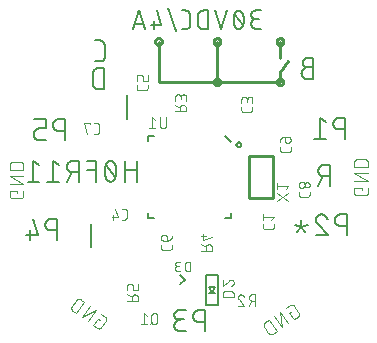
<source format=gbr>
G04 EAGLE Gerber RS-274X export*
G75*
%MOMM*%
%FSLAX34Y34*%
%LPD*%
%INSilkscreen Bottom*%
%IPPOS*%
%AMOC8*
5,1,8,0,0,1.08239X$1,22.5*%
G01*
%ADD10C,0.152400*%
%ADD11C,0.101600*%
%ADD12C,0.127000*%
%ADD13C,0.254000*%
%ADD14C,0.076200*%


D10*
X450906Y439300D02*
X445967Y439300D01*
X445827Y439298D01*
X445688Y439292D01*
X445548Y439282D01*
X445409Y439268D01*
X445270Y439251D01*
X445132Y439229D01*
X444995Y439203D01*
X444858Y439174D01*
X444722Y439141D01*
X444588Y439104D01*
X444454Y439063D01*
X444322Y439018D01*
X444190Y438969D01*
X444061Y438917D01*
X443933Y438862D01*
X443806Y438802D01*
X443681Y438739D01*
X443558Y438673D01*
X443437Y438603D01*
X443318Y438530D01*
X443201Y438453D01*
X443087Y438373D01*
X442974Y438290D01*
X442864Y438204D01*
X442757Y438114D01*
X442652Y438022D01*
X442550Y437927D01*
X442450Y437829D01*
X442353Y437728D01*
X442259Y437624D01*
X442169Y437518D01*
X442081Y437409D01*
X441996Y437298D01*
X441915Y437184D01*
X441836Y437069D01*
X441761Y436951D01*
X441690Y436831D01*
X441622Y436708D01*
X441557Y436585D01*
X441496Y436459D01*
X441438Y436331D01*
X441384Y436203D01*
X441334Y436072D01*
X441287Y435940D01*
X441244Y435807D01*
X441205Y435673D01*
X441170Y435538D01*
X441139Y435402D01*
X441111Y435264D01*
X441088Y435127D01*
X441068Y434988D01*
X441052Y434849D01*
X441040Y434710D01*
X441032Y434571D01*
X441028Y434431D01*
X441028Y434291D01*
X441032Y434151D01*
X441040Y434012D01*
X441052Y433873D01*
X441068Y433734D01*
X441088Y433595D01*
X441111Y433458D01*
X441139Y433320D01*
X441170Y433184D01*
X441205Y433049D01*
X441244Y432915D01*
X441287Y432782D01*
X441334Y432650D01*
X441384Y432519D01*
X441438Y432391D01*
X441496Y432263D01*
X441557Y432137D01*
X441622Y432014D01*
X441690Y431892D01*
X441761Y431771D01*
X441836Y431653D01*
X441915Y431538D01*
X441996Y431424D01*
X442081Y431313D01*
X442169Y431204D01*
X442259Y431098D01*
X442353Y430994D01*
X442450Y430893D01*
X442550Y430795D01*
X442652Y430700D01*
X442757Y430608D01*
X442864Y430518D01*
X442974Y430432D01*
X443087Y430349D01*
X443201Y430269D01*
X443318Y430192D01*
X443437Y430119D01*
X443558Y430049D01*
X443681Y429983D01*
X443806Y429920D01*
X443933Y429860D01*
X444061Y429805D01*
X444190Y429753D01*
X444322Y429704D01*
X444454Y429659D01*
X444588Y429618D01*
X444722Y429581D01*
X444858Y429548D01*
X444995Y429519D01*
X445132Y429493D01*
X445270Y429471D01*
X445409Y429454D01*
X445548Y429440D01*
X445688Y429430D01*
X445827Y429424D01*
X445967Y429422D01*
X445967Y429423D02*
X450906Y429423D01*
X450906Y447203D01*
X445967Y447203D01*
X445967Y447202D02*
X445843Y447200D01*
X445719Y447194D01*
X445595Y447184D01*
X445472Y447171D01*
X445349Y447153D01*
X445227Y447132D01*
X445105Y447107D01*
X444984Y447078D01*
X444865Y447045D01*
X444746Y447009D01*
X444629Y446968D01*
X444513Y446925D01*
X444398Y446877D01*
X444285Y446826D01*
X444173Y446771D01*
X444064Y446713D01*
X443956Y446652D01*
X443850Y446587D01*
X443746Y446519D01*
X443645Y446447D01*
X443545Y446373D01*
X443449Y446295D01*
X443354Y446215D01*
X443262Y446131D01*
X443173Y446045D01*
X443087Y445956D01*
X443003Y445864D01*
X442923Y445769D01*
X442845Y445673D01*
X442771Y445573D01*
X442699Y445472D01*
X442631Y445368D01*
X442566Y445262D01*
X442505Y445154D01*
X442447Y445045D01*
X442392Y444933D01*
X442341Y444820D01*
X442293Y444705D01*
X442250Y444589D01*
X442209Y444472D01*
X442173Y444353D01*
X442140Y444234D01*
X442111Y444113D01*
X442086Y443991D01*
X442065Y443869D01*
X442047Y443746D01*
X442034Y443623D01*
X442024Y443499D01*
X442018Y443375D01*
X442016Y443251D01*
X442018Y443127D01*
X442024Y443003D01*
X442034Y442879D01*
X442047Y442756D01*
X442065Y442633D01*
X442086Y442511D01*
X442111Y442389D01*
X442140Y442268D01*
X442173Y442149D01*
X442209Y442030D01*
X442250Y441913D01*
X442293Y441797D01*
X442341Y441682D01*
X442392Y441569D01*
X442447Y441457D01*
X442505Y441348D01*
X442566Y441240D01*
X442631Y441134D01*
X442699Y441030D01*
X442771Y440929D01*
X442845Y440829D01*
X442923Y440733D01*
X443003Y440638D01*
X443087Y440546D01*
X443173Y440457D01*
X443262Y440371D01*
X443354Y440287D01*
X443449Y440207D01*
X443545Y440129D01*
X443645Y440055D01*
X443746Y439983D01*
X443850Y439915D01*
X443956Y439850D01*
X444064Y439789D01*
X444173Y439731D01*
X444285Y439676D01*
X444398Y439625D01*
X444513Y439577D01*
X444629Y439534D01*
X444746Y439493D01*
X444865Y439457D01*
X444984Y439424D01*
X445105Y439395D01*
X445227Y439370D01*
X445349Y439349D01*
X445472Y439331D01*
X445595Y439318D01*
X445719Y439308D01*
X445843Y439302D01*
X445967Y439300D01*
X465142Y356890D02*
X465142Y339110D01*
X465142Y356890D02*
X460203Y356890D01*
X460063Y356888D01*
X459924Y356882D01*
X459784Y356872D01*
X459645Y356858D01*
X459506Y356841D01*
X459368Y356819D01*
X459231Y356793D01*
X459094Y356764D01*
X458958Y356731D01*
X458824Y356694D01*
X458690Y356653D01*
X458558Y356608D01*
X458426Y356559D01*
X458297Y356507D01*
X458169Y356452D01*
X458042Y356392D01*
X457917Y356329D01*
X457794Y356263D01*
X457673Y356193D01*
X457554Y356120D01*
X457437Y356043D01*
X457323Y355963D01*
X457210Y355880D01*
X457100Y355794D01*
X456993Y355704D01*
X456888Y355612D01*
X456786Y355517D01*
X456686Y355419D01*
X456589Y355318D01*
X456495Y355214D01*
X456405Y355108D01*
X456317Y354999D01*
X456232Y354888D01*
X456151Y354774D01*
X456072Y354659D01*
X455997Y354541D01*
X455926Y354421D01*
X455858Y354298D01*
X455793Y354175D01*
X455732Y354049D01*
X455674Y353921D01*
X455620Y353793D01*
X455570Y353662D01*
X455523Y353530D01*
X455480Y353397D01*
X455441Y353263D01*
X455406Y353128D01*
X455375Y352992D01*
X455347Y352854D01*
X455324Y352717D01*
X455304Y352578D01*
X455288Y352439D01*
X455276Y352300D01*
X455268Y352161D01*
X455264Y352021D01*
X455264Y351881D01*
X455268Y351741D01*
X455276Y351602D01*
X455288Y351463D01*
X455304Y351324D01*
X455324Y351185D01*
X455347Y351048D01*
X455375Y350910D01*
X455406Y350774D01*
X455441Y350639D01*
X455480Y350505D01*
X455523Y350372D01*
X455570Y350240D01*
X455620Y350109D01*
X455674Y349981D01*
X455732Y349853D01*
X455793Y349727D01*
X455858Y349604D01*
X455926Y349482D01*
X455997Y349361D01*
X456072Y349243D01*
X456151Y349128D01*
X456232Y349014D01*
X456317Y348903D01*
X456405Y348794D01*
X456495Y348688D01*
X456589Y348584D01*
X456686Y348483D01*
X456786Y348385D01*
X456888Y348290D01*
X456993Y348198D01*
X457100Y348108D01*
X457210Y348022D01*
X457323Y347939D01*
X457437Y347859D01*
X457554Y347782D01*
X457673Y347709D01*
X457794Y347639D01*
X457917Y347573D01*
X458042Y347510D01*
X458169Y347450D01*
X458297Y347395D01*
X458426Y347343D01*
X458558Y347294D01*
X458690Y347249D01*
X458824Y347208D01*
X458958Y347171D01*
X459094Y347138D01*
X459231Y347109D01*
X459368Y347083D01*
X459506Y347061D01*
X459645Y347044D01*
X459784Y347030D01*
X459924Y347020D01*
X460063Y347014D01*
X460203Y347012D01*
X460203Y347013D02*
X465142Y347013D01*
X459216Y347013D02*
X455265Y339110D01*
X274030Y420865D02*
X274030Y438645D01*
X269092Y438645D01*
X268953Y438643D01*
X268815Y438637D01*
X268677Y438628D01*
X268539Y438614D01*
X268402Y438597D01*
X268265Y438575D01*
X268128Y438550D01*
X267993Y438521D01*
X267858Y438488D01*
X267725Y438452D01*
X267592Y438412D01*
X267461Y438368D01*
X267331Y438320D01*
X267202Y438269D01*
X267075Y438214D01*
X266949Y438156D01*
X266825Y438094D01*
X266703Y438029D01*
X266583Y437960D01*
X266464Y437888D01*
X266348Y437813D01*
X266234Y437734D01*
X266122Y437652D01*
X266013Y437567D01*
X265905Y437480D01*
X265801Y437389D01*
X265699Y437295D01*
X265600Y437198D01*
X265503Y437099D01*
X265409Y436997D01*
X265318Y436893D01*
X265231Y436785D01*
X265146Y436676D01*
X265064Y436564D01*
X264985Y436450D01*
X264910Y436334D01*
X264838Y436215D01*
X264769Y436095D01*
X264704Y435973D01*
X264642Y435849D01*
X264584Y435723D01*
X264529Y435596D01*
X264478Y435467D01*
X264430Y435337D01*
X264386Y435206D01*
X264346Y435073D01*
X264310Y434940D01*
X264277Y434805D01*
X264248Y434670D01*
X264223Y434533D01*
X264201Y434396D01*
X264184Y434259D01*
X264170Y434121D01*
X264161Y433983D01*
X264155Y433845D01*
X264153Y433706D01*
X264153Y425804D01*
X264155Y425665D01*
X264161Y425527D01*
X264170Y425389D01*
X264184Y425251D01*
X264201Y425114D01*
X264223Y424977D01*
X264248Y424840D01*
X264277Y424705D01*
X264310Y424570D01*
X264346Y424437D01*
X264386Y424304D01*
X264430Y424173D01*
X264478Y424043D01*
X264529Y423914D01*
X264584Y423787D01*
X264642Y423661D01*
X264704Y423537D01*
X264769Y423415D01*
X264838Y423295D01*
X264910Y423176D01*
X264985Y423060D01*
X265064Y422946D01*
X265146Y422834D01*
X265231Y422725D01*
X265318Y422617D01*
X265409Y422513D01*
X265503Y422411D01*
X265600Y422312D01*
X265699Y422215D01*
X265801Y422121D01*
X265905Y422030D01*
X266013Y421943D01*
X266122Y421858D01*
X266234Y421776D01*
X266348Y421697D01*
X266464Y421622D01*
X266583Y421550D01*
X266703Y421481D01*
X266825Y421416D01*
X266949Y421354D01*
X267075Y421296D01*
X267202Y421241D01*
X267331Y421190D01*
X267461Y421142D01*
X267592Y421098D01*
X267725Y421058D01*
X267858Y421022D01*
X267993Y420989D01*
X268128Y420960D01*
X268265Y420935D01*
X268402Y420913D01*
X268539Y420896D01*
X268677Y420882D01*
X268815Y420873D01*
X268953Y420867D01*
X269092Y420865D01*
X274030Y420865D01*
X270361Y444203D02*
X266410Y444203D01*
X270361Y444203D02*
X270485Y444205D01*
X270609Y444211D01*
X270733Y444221D01*
X270856Y444234D01*
X270979Y444252D01*
X271101Y444273D01*
X271223Y444298D01*
X271344Y444327D01*
X271463Y444360D01*
X271582Y444396D01*
X271699Y444437D01*
X271815Y444480D01*
X271930Y444528D01*
X272043Y444579D01*
X272155Y444634D01*
X272264Y444692D01*
X272372Y444753D01*
X272478Y444818D01*
X272582Y444886D01*
X272683Y444958D01*
X272783Y445032D01*
X272879Y445110D01*
X272974Y445190D01*
X273066Y445274D01*
X273155Y445360D01*
X273241Y445449D01*
X273325Y445541D01*
X273405Y445636D01*
X273483Y445732D01*
X273557Y445832D01*
X273629Y445933D01*
X273697Y446037D01*
X273762Y446143D01*
X273823Y446251D01*
X273881Y446360D01*
X273936Y446472D01*
X273987Y446585D01*
X274035Y446700D01*
X274078Y446816D01*
X274119Y446933D01*
X274155Y447052D01*
X274188Y447171D01*
X274217Y447292D01*
X274242Y447414D01*
X274263Y447536D01*
X274281Y447659D01*
X274294Y447782D01*
X274304Y447906D01*
X274310Y448030D01*
X274312Y448154D01*
X274312Y458032D01*
X274310Y458156D01*
X274304Y458280D01*
X274294Y458404D01*
X274281Y458527D01*
X274263Y458650D01*
X274242Y458772D01*
X274217Y458894D01*
X274188Y459015D01*
X274155Y459134D01*
X274119Y459253D01*
X274078Y459370D01*
X274035Y459486D01*
X273987Y459601D01*
X273936Y459714D01*
X273881Y459826D01*
X273823Y459935D01*
X273762Y460043D01*
X273697Y460149D01*
X273629Y460253D01*
X273557Y460354D01*
X273483Y460454D01*
X273405Y460550D01*
X273325Y460645D01*
X273241Y460737D01*
X273155Y460826D01*
X273066Y460912D01*
X272974Y460996D01*
X272879Y461076D01*
X272783Y461154D01*
X272683Y461228D01*
X272582Y461300D01*
X272478Y461368D01*
X272372Y461433D01*
X272264Y461494D01*
X272155Y461552D01*
X272043Y461607D01*
X271930Y461658D01*
X271816Y461706D01*
X271699Y461749D01*
X271582Y461790D01*
X271463Y461826D01*
X271344Y461859D01*
X271223Y461888D01*
X271101Y461913D01*
X270979Y461934D01*
X270856Y461952D01*
X270733Y461965D01*
X270609Y461975D01*
X270485Y461981D01*
X270361Y461983D01*
X266410Y461983D01*
D11*
X492049Y337254D02*
X492049Y335306D01*
X492049Y337254D02*
X485558Y337254D01*
X485558Y333359D01*
X485560Y333260D01*
X485566Y333160D01*
X485575Y333061D01*
X485588Y332963D01*
X485605Y332865D01*
X485626Y332767D01*
X485651Y332671D01*
X485679Y332576D01*
X485711Y332482D01*
X485746Y332389D01*
X485785Y332297D01*
X485828Y332207D01*
X485873Y332119D01*
X485923Y332032D01*
X485975Y331948D01*
X486031Y331865D01*
X486089Y331785D01*
X486151Y331707D01*
X486216Y331632D01*
X486284Y331559D01*
X486354Y331489D01*
X486427Y331421D01*
X486502Y331356D01*
X486580Y331294D01*
X486660Y331236D01*
X486743Y331180D01*
X486827Y331128D01*
X486914Y331078D01*
X487002Y331033D01*
X487092Y330990D01*
X487184Y330951D01*
X487277Y330916D01*
X487371Y330884D01*
X487466Y330856D01*
X487562Y330831D01*
X487660Y330810D01*
X487758Y330793D01*
X487856Y330780D01*
X487955Y330771D01*
X488055Y330765D01*
X488154Y330763D01*
X494646Y330763D01*
X494745Y330765D01*
X494845Y330771D01*
X494944Y330780D01*
X495042Y330793D01*
X495140Y330810D01*
X495238Y330831D01*
X495334Y330856D01*
X495429Y330884D01*
X495523Y330916D01*
X495616Y330951D01*
X495708Y330990D01*
X495798Y331033D01*
X495886Y331078D01*
X495973Y331128D01*
X496057Y331180D01*
X496140Y331236D01*
X496220Y331294D01*
X496298Y331356D01*
X496373Y331421D01*
X496446Y331489D01*
X496516Y331559D01*
X496584Y331632D01*
X496649Y331707D01*
X496711Y331785D01*
X496769Y331865D01*
X496825Y331948D01*
X496877Y332032D01*
X496927Y332119D01*
X496972Y332207D01*
X497015Y332297D01*
X497054Y332389D01*
X497089Y332481D01*
X497121Y332576D01*
X497149Y332671D01*
X497174Y332767D01*
X497195Y332865D01*
X497212Y332963D01*
X497225Y333061D01*
X497234Y333160D01*
X497240Y333260D01*
X497242Y333359D01*
X497242Y337254D01*
X497242Y342954D02*
X485558Y342954D01*
X485558Y349446D02*
X497242Y342954D01*
X497242Y349446D02*
X485558Y349446D01*
X485558Y355146D02*
X497242Y355146D01*
X497242Y358392D01*
X497240Y358505D01*
X497234Y358618D01*
X497224Y358731D01*
X497210Y358844D01*
X497193Y358956D01*
X497171Y359067D01*
X497146Y359177D01*
X497116Y359287D01*
X497083Y359395D01*
X497046Y359502D01*
X497006Y359608D01*
X496961Y359712D01*
X496913Y359815D01*
X496862Y359916D01*
X496807Y360015D01*
X496749Y360112D01*
X496687Y360207D01*
X496622Y360300D01*
X496554Y360390D01*
X496483Y360478D01*
X496408Y360564D01*
X496331Y360647D01*
X496251Y360727D01*
X496168Y360804D01*
X496082Y360879D01*
X495994Y360950D01*
X495904Y361018D01*
X495811Y361083D01*
X495716Y361145D01*
X495619Y361203D01*
X495520Y361258D01*
X495419Y361309D01*
X495316Y361357D01*
X495212Y361402D01*
X495106Y361442D01*
X494999Y361479D01*
X494891Y361512D01*
X494781Y361542D01*
X494671Y361567D01*
X494560Y361589D01*
X494448Y361606D01*
X494335Y361620D01*
X494222Y361630D01*
X494109Y361636D01*
X493996Y361638D01*
X488804Y361638D01*
X488691Y361636D01*
X488578Y361630D01*
X488465Y361620D01*
X488352Y361606D01*
X488240Y361589D01*
X488129Y361567D01*
X488019Y361542D01*
X487909Y361512D01*
X487801Y361479D01*
X487694Y361442D01*
X487588Y361402D01*
X487484Y361357D01*
X487381Y361309D01*
X487280Y361258D01*
X487181Y361203D01*
X487084Y361145D01*
X486989Y361083D01*
X486896Y361018D01*
X486806Y360950D01*
X486718Y360879D01*
X486632Y360804D01*
X486549Y360727D01*
X486469Y360647D01*
X486392Y360564D01*
X486317Y360478D01*
X486246Y360390D01*
X486178Y360300D01*
X486113Y360207D01*
X486051Y360112D01*
X485993Y360015D01*
X485938Y359916D01*
X485887Y359815D01*
X485839Y359712D01*
X485794Y359608D01*
X485754Y359502D01*
X485717Y359395D01*
X485684Y359287D01*
X485654Y359177D01*
X485629Y359067D01*
X485607Y358956D01*
X485590Y358844D01*
X485576Y358731D01*
X485566Y358618D01*
X485560Y358505D01*
X485558Y358392D01*
X485558Y355146D01*
X432431Y232360D02*
X430836Y231243D01*
X434559Y225926D01*
X437750Y228160D01*
X437749Y228160D02*
X437829Y228219D01*
X437907Y228281D01*
X437983Y228345D01*
X438056Y228413D01*
X438127Y228483D01*
X438194Y228556D01*
X438259Y228631D01*
X438321Y228709D01*
X438380Y228789D01*
X438436Y228871D01*
X438489Y228956D01*
X438538Y229042D01*
X438584Y229130D01*
X438627Y229220D01*
X438666Y229311D01*
X438701Y229404D01*
X438733Y229498D01*
X438762Y229594D01*
X438786Y229690D01*
X438807Y229787D01*
X438825Y229885D01*
X438838Y229984D01*
X438848Y230083D01*
X438854Y230182D01*
X438856Y230281D01*
X438854Y230381D01*
X438849Y230480D01*
X438839Y230579D01*
X438826Y230678D01*
X438810Y230776D01*
X438789Y230873D01*
X438765Y230970D01*
X438737Y231065D01*
X438705Y231159D01*
X438670Y231252D01*
X438631Y231344D01*
X438589Y231434D01*
X438543Y231522D01*
X438494Y231609D01*
X438442Y231693D01*
X438387Y231776D01*
X434664Y237093D01*
X434605Y237173D01*
X434543Y237251D01*
X434479Y237327D01*
X434411Y237400D01*
X434341Y237471D01*
X434268Y237538D01*
X434193Y237603D01*
X434115Y237665D01*
X434035Y237724D01*
X433953Y237780D01*
X433868Y237833D01*
X433782Y237882D01*
X433694Y237928D01*
X433604Y237971D01*
X433513Y238010D01*
X433420Y238045D01*
X433326Y238077D01*
X433230Y238106D01*
X433134Y238130D01*
X433037Y238151D01*
X432939Y238169D01*
X432840Y238182D01*
X432741Y238192D01*
X432642Y238198D01*
X432543Y238200D01*
X432443Y238198D01*
X432344Y238193D01*
X432245Y238184D01*
X432146Y238170D01*
X432048Y238154D01*
X431951Y238133D01*
X431854Y238109D01*
X431759Y238081D01*
X431665Y238049D01*
X431572Y238014D01*
X431480Y237975D01*
X431390Y237933D01*
X431302Y237887D01*
X431215Y237838D01*
X431131Y237786D01*
X431048Y237731D01*
X427858Y235497D01*
X423188Y232227D02*
X429889Y222656D01*
X424572Y218933D02*
X423188Y232227D01*
X417871Y228504D02*
X424572Y218933D01*
X419902Y215663D02*
X413201Y225234D01*
X410542Y223372D01*
X410542Y223373D02*
X410451Y223306D01*
X410361Y223237D01*
X410274Y223164D01*
X410190Y223088D01*
X410109Y223009D01*
X410030Y222928D01*
X409954Y222844D01*
X409881Y222757D01*
X409812Y222668D01*
X409745Y222576D01*
X409682Y222482D01*
X409622Y222386D01*
X409565Y222288D01*
X409512Y222188D01*
X409462Y222086D01*
X409416Y221982D01*
X409374Y221877D01*
X409335Y221771D01*
X409300Y221663D01*
X409269Y221554D01*
X409241Y221444D01*
X409218Y221333D01*
X409198Y221222D01*
X409182Y221110D01*
X409170Y220997D01*
X409162Y220884D01*
X409158Y220771D01*
X409158Y220657D01*
X409162Y220544D01*
X409170Y220431D01*
X409182Y220318D01*
X409198Y220206D01*
X409218Y220095D01*
X409241Y219984D01*
X409269Y219874D01*
X409300Y219765D01*
X409335Y219657D01*
X409374Y219551D01*
X409416Y219446D01*
X409462Y219342D01*
X409512Y219240D01*
X409565Y219140D01*
X409622Y219042D01*
X409682Y218946D01*
X409745Y218852D01*
X412724Y214598D01*
X412723Y214598D02*
X412790Y214507D01*
X412859Y214417D01*
X412932Y214330D01*
X413008Y214246D01*
X413087Y214165D01*
X413168Y214086D01*
X413252Y214010D01*
X413339Y213937D01*
X413429Y213868D01*
X413520Y213801D01*
X413614Y213738D01*
X413710Y213678D01*
X413808Y213621D01*
X413908Y213568D01*
X414010Y213518D01*
X414114Y213472D01*
X414219Y213430D01*
X414325Y213391D01*
X414433Y213356D01*
X414542Y213325D01*
X414652Y213297D01*
X414763Y213274D01*
X414874Y213254D01*
X414986Y213238D01*
X415099Y213226D01*
X415212Y213218D01*
X415325Y213214D01*
X415439Y213214D01*
X415552Y213218D01*
X415665Y213226D01*
X415778Y213238D01*
X415890Y213254D01*
X416001Y213274D01*
X416112Y213297D01*
X416222Y213325D01*
X416331Y213356D01*
X416439Y213391D01*
X416545Y213430D01*
X416650Y213472D01*
X416754Y213518D01*
X416856Y213568D01*
X416956Y213621D01*
X417054Y213678D01*
X417150Y213738D01*
X417244Y213801D01*
X419902Y215663D01*
X270196Y224943D02*
X268601Y226060D01*
X264878Y220743D01*
X268068Y218509D01*
X268151Y218454D01*
X268235Y218402D01*
X268322Y218353D01*
X268410Y218307D01*
X268500Y218265D01*
X268592Y218226D01*
X268685Y218191D01*
X268779Y218159D01*
X268874Y218131D01*
X268971Y218107D01*
X269068Y218086D01*
X269166Y218070D01*
X269265Y218056D01*
X269364Y218047D01*
X269463Y218042D01*
X269563Y218040D01*
X269662Y218042D01*
X269761Y218048D01*
X269860Y218058D01*
X269959Y218071D01*
X270057Y218089D01*
X270154Y218110D01*
X270250Y218134D01*
X270346Y218163D01*
X270440Y218195D01*
X270533Y218230D01*
X270624Y218269D01*
X270714Y218312D01*
X270802Y218358D01*
X270888Y218407D01*
X270973Y218460D01*
X271055Y218516D01*
X271135Y218575D01*
X271213Y218637D01*
X271288Y218702D01*
X271361Y218769D01*
X271431Y218840D01*
X271499Y218913D01*
X271563Y218989D01*
X271625Y219067D01*
X271684Y219147D01*
X275407Y224464D01*
X275462Y224547D01*
X275514Y224631D01*
X275563Y224718D01*
X275609Y224806D01*
X275651Y224896D01*
X275690Y224988D01*
X275725Y225081D01*
X275757Y225175D01*
X275785Y225270D01*
X275809Y225367D01*
X275830Y225464D01*
X275846Y225562D01*
X275860Y225661D01*
X275869Y225760D01*
X275874Y225859D01*
X275876Y225959D01*
X275874Y226058D01*
X275868Y226157D01*
X275858Y226256D01*
X275845Y226355D01*
X275827Y226453D01*
X275806Y226550D01*
X275782Y226646D01*
X275753Y226742D01*
X275721Y226836D01*
X275686Y226929D01*
X275647Y227020D01*
X275604Y227110D01*
X275558Y227198D01*
X275509Y227284D01*
X275456Y227369D01*
X275400Y227451D01*
X275341Y227531D01*
X275279Y227609D01*
X275214Y227684D01*
X275147Y227757D01*
X275076Y227827D01*
X275003Y227895D01*
X274927Y227959D01*
X274849Y228021D01*
X274769Y228080D01*
X274770Y228080D02*
X271579Y230314D01*
X266910Y233584D02*
X260208Y224013D01*
X254891Y227736D02*
X266910Y233584D01*
X261592Y237307D02*
X254891Y227736D01*
X250221Y231006D02*
X256922Y240577D01*
X254264Y242438D01*
X254264Y242439D02*
X254170Y242502D01*
X254074Y242562D01*
X253976Y242619D01*
X253876Y242672D01*
X253774Y242722D01*
X253670Y242768D01*
X253565Y242810D01*
X253459Y242849D01*
X253351Y242884D01*
X253242Y242915D01*
X253132Y242943D01*
X253021Y242966D01*
X252910Y242986D01*
X252798Y243002D01*
X252685Y243014D01*
X252572Y243022D01*
X252459Y243026D01*
X252345Y243026D01*
X252232Y243022D01*
X252119Y243014D01*
X252006Y243002D01*
X251894Y242986D01*
X251783Y242966D01*
X251672Y242943D01*
X251562Y242915D01*
X251453Y242884D01*
X251345Y242849D01*
X251239Y242810D01*
X251134Y242768D01*
X251030Y242722D01*
X250928Y242672D01*
X250828Y242619D01*
X250730Y242562D01*
X250634Y242502D01*
X250540Y242439D01*
X250449Y242372D01*
X250359Y242303D01*
X250272Y242230D01*
X250188Y242154D01*
X250107Y242075D01*
X250028Y241994D01*
X249952Y241910D01*
X249879Y241823D01*
X249810Y241734D01*
X249743Y241642D01*
X249744Y241641D02*
X246765Y237388D01*
X246702Y237294D01*
X246642Y237198D01*
X246585Y237100D01*
X246532Y237000D01*
X246482Y236898D01*
X246436Y236794D01*
X246394Y236689D01*
X246355Y236583D01*
X246320Y236475D01*
X246289Y236366D01*
X246261Y236256D01*
X246238Y236145D01*
X246218Y236034D01*
X246202Y235922D01*
X246190Y235809D01*
X246182Y235696D01*
X246178Y235583D01*
X246178Y235469D01*
X246182Y235356D01*
X246190Y235243D01*
X246202Y235130D01*
X246218Y235018D01*
X246238Y234907D01*
X246261Y234796D01*
X246289Y234686D01*
X246320Y234577D01*
X246355Y234469D01*
X246394Y234363D01*
X246436Y234258D01*
X246482Y234154D01*
X246532Y234052D01*
X246585Y233952D01*
X246642Y233854D01*
X246702Y233758D01*
X246765Y233664D01*
X246832Y233572D01*
X246901Y233483D01*
X246974Y233396D01*
X247050Y233312D01*
X247129Y233231D01*
X247210Y233152D01*
X247294Y233076D01*
X247381Y233003D01*
X247471Y232934D01*
X247562Y232867D01*
X250221Y231006D01*
X200379Y332766D02*
X200379Y334714D01*
X193888Y334714D01*
X193888Y330819D01*
X193890Y330720D01*
X193896Y330620D01*
X193905Y330521D01*
X193918Y330423D01*
X193935Y330325D01*
X193956Y330227D01*
X193981Y330131D01*
X194009Y330036D01*
X194041Y329942D01*
X194076Y329849D01*
X194115Y329757D01*
X194158Y329667D01*
X194203Y329579D01*
X194253Y329492D01*
X194305Y329408D01*
X194361Y329325D01*
X194419Y329245D01*
X194481Y329167D01*
X194546Y329092D01*
X194614Y329019D01*
X194684Y328949D01*
X194757Y328881D01*
X194832Y328816D01*
X194910Y328754D01*
X194990Y328696D01*
X195073Y328640D01*
X195157Y328588D01*
X195244Y328538D01*
X195332Y328493D01*
X195422Y328450D01*
X195514Y328411D01*
X195607Y328376D01*
X195701Y328344D01*
X195796Y328316D01*
X195892Y328291D01*
X195990Y328270D01*
X196088Y328253D01*
X196186Y328240D01*
X196285Y328231D01*
X196385Y328225D01*
X196484Y328223D01*
X202976Y328223D01*
X203075Y328225D01*
X203175Y328231D01*
X203274Y328240D01*
X203372Y328253D01*
X203470Y328270D01*
X203568Y328291D01*
X203664Y328316D01*
X203759Y328344D01*
X203853Y328376D01*
X203946Y328411D01*
X204038Y328450D01*
X204128Y328493D01*
X204216Y328538D01*
X204303Y328588D01*
X204387Y328640D01*
X204470Y328696D01*
X204550Y328754D01*
X204628Y328816D01*
X204703Y328881D01*
X204776Y328949D01*
X204846Y329019D01*
X204914Y329092D01*
X204979Y329167D01*
X205041Y329245D01*
X205099Y329325D01*
X205155Y329408D01*
X205207Y329492D01*
X205257Y329579D01*
X205302Y329667D01*
X205345Y329757D01*
X205384Y329849D01*
X205419Y329941D01*
X205451Y330036D01*
X205479Y330131D01*
X205504Y330227D01*
X205525Y330325D01*
X205542Y330423D01*
X205555Y330521D01*
X205564Y330620D01*
X205570Y330720D01*
X205572Y330819D01*
X205572Y334714D01*
X205572Y340414D02*
X193888Y340414D01*
X193888Y346906D02*
X205572Y340414D01*
X205572Y346906D02*
X193888Y346906D01*
X193888Y352606D02*
X205572Y352606D01*
X205572Y355852D01*
X205570Y355965D01*
X205564Y356078D01*
X205554Y356191D01*
X205540Y356304D01*
X205523Y356416D01*
X205501Y356527D01*
X205476Y356637D01*
X205446Y356747D01*
X205413Y356855D01*
X205376Y356962D01*
X205336Y357068D01*
X205291Y357172D01*
X205243Y357275D01*
X205192Y357376D01*
X205137Y357475D01*
X205079Y357572D01*
X205017Y357667D01*
X204952Y357760D01*
X204884Y357850D01*
X204813Y357938D01*
X204738Y358024D01*
X204661Y358107D01*
X204581Y358187D01*
X204498Y358264D01*
X204412Y358339D01*
X204324Y358410D01*
X204234Y358478D01*
X204141Y358543D01*
X204046Y358605D01*
X203949Y358663D01*
X203850Y358718D01*
X203749Y358769D01*
X203646Y358817D01*
X203542Y358862D01*
X203436Y358902D01*
X203329Y358939D01*
X203221Y358972D01*
X203111Y359002D01*
X203001Y359027D01*
X202890Y359049D01*
X202778Y359066D01*
X202665Y359080D01*
X202552Y359090D01*
X202439Y359096D01*
X202326Y359098D01*
X197134Y359098D01*
X197021Y359096D01*
X196908Y359090D01*
X196795Y359080D01*
X196682Y359066D01*
X196570Y359049D01*
X196459Y359027D01*
X196349Y359002D01*
X196239Y358972D01*
X196131Y358939D01*
X196024Y358902D01*
X195918Y358862D01*
X195814Y358817D01*
X195711Y358769D01*
X195610Y358718D01*
X195511Y358663D01*
X195414Y358605D01*
X195319Y358543D01*
X195226Y358478D01*
X195136Y358410D01*
X195048Y358339D01*
X194962Y358264D01*
X194879Y358187D01*
X194799Y358107D01*
X194722Y358024D01*
X194647Y357938D01*
X194576Y357850D01*
X194508Y357760D01*
X194443Y357667D01*
X194381Y357572D01*
X194323Y357475D01*
X194268Y357376D01*
X194217Y357275D01*
X194169Y357172D01*
X194124Y357068D01*
X194084Y356962D01*
X194047Y356855D01*
X194014Y356747D01*
X193984Y356637D01*
X193959Y356527D01*
X193937Y356416D01*
X193920Y356304D01*
X193906Y356191D01*
X193896Y356078D01*
X193890Y355965D01*
X193888Y355852D01*
X193888Y352606D01*
D10*
X477856Y378870D02*
X477856Y396650D01*
X472918Y396650D01*
X472778Y396648D01*
X472639Y396642D01*
X472499Y396632D01*
X472360Y396618D01*
X472221Y396601D01*
X472083Y396579D01*
X471946Y396553D01*
X471809Y396524D01*
X471673Y396491D01*
X471539Y396454D01*
X471405Y396413D01*
X471273Y396368D01*
X471141Y396319D01*
X471012Y396267D01*
X470884Y396212D01*
X470757Y396152D01*
X470632Y396089D01*
X470509Y396023D01*
X470388Y395953D01*
X470269Y395880D01*
X470152Y395803D01*
X470038Y395723D01*
X469925Y395640D01*
X469815Y395554D01*
X469708Y395464D01*
X469603Y395372D01*
X469501Y395277D01*
X469401Y395179D01*
X469304Y395078D01*
X469210Y394974D01*
X469120Y394868D01*
X469032Y394759D01*
X468947Y394648D01*
X468866Y394534D01*
X468787Y394419D01*
X468712Y394301D01*
X468641Y394181D01*
X468573Y394058D01*
X468508Y393935D01*
X468447Y393809D01*
X468389Y393681D01*
X468335Y393553D01*
X468285Y393422D01*
X468238Y393290D01*
X468195Y393157D01*
X468156Y393023D01*
X468121Y392888D01*
X468090Y392752D01*
X468062Y392614D01*
X468039Y392477D01*
X468019Y392338D01*
X468003Y392199D01*
X467991Y392060D01*
X467983Y391921D01*
X467979Y391781D01*
X467979Y391641D01*
X467983Y391501D01*
X467991Y391362D01*
X468003Y391223D01*
X468019Y391084D01*
X468039Y390945D01*
X468062Y390808D01*
X468090Y390670D01*
X468121Y390534D01*
X468156Y390399D01*
X468195Y390265D01*
X468238Y390132D01*
X468285Y390000D01*
X468335Y389869D01*
X468389Y389741D01*
X468447Y389613D01*
X468508Y389487D01*
X468573Y389364D01*
X468641Y389242D01*
X468712Y389121D01*
X468787Y389003D01*
X468866Y388888D01*
X468947Y388774D01*
X469032Y388663D01*
X469120Y388554D01*
X469210Y388448D01*
X469304Y388344D01*
X469401Y388243D01*
X469501Y388145D01*
X469603Y388050D01*
X469708Y387958D01*
X469815Y387868D01*
X469925Y387782D01*
X470038Y387699D01*
X470152Y387619D01*
X470269Y387542D01*
X470388Y387469D01*
X470509Y387399D01*
X470632Y387333D01*
X470757Y387270D01*
X470884Y387210D01*
X471012Y387155D01*
X471141Y387103D01*
X471273Y387054D01*
X471405Y387009D01*
X471539Y386968D01*
X471673Y386931D01*
X471809Y386898D01*
X471946Y386869D01*
X472083Y386843D01*
X472221Y386821D01*
X472360Y386804D01*
X472499Y386790D01*
X472639Y386780D01*
X472778Y386774D01*
X472918Y386772D01*
X477856Y386772D01*
X461861Y392699D02*
X456922Y396650D01*
X456922Y378870D01*
X451984Y378870D02*
X461861Y378870D01*
X479138Y314800D02*
X479138Y297020D01*
X479138Y314800D02*
X474199Y314800D01*
X474059Y314798D01*
X473920Y314792D01*
X473780Y314782D01*
X473641Y314768D01*
X473502Y314751D01*
X473364Y314729D01*
X473227Y314703D01*
X473090Y314674D01*
X472954Y314641D01*
X472820Y314604D01*
X472686Y314563D01*
X472554Y314518D01*
X472422Y314469D01*
X472293Y314417D01*
X472165Y314362D01*
X472038Y314302D01*
X471913Y314239D01*
X471790Y314173D01*
X471669Y314103D01*
X471550Y314030D01*
X471433Y313953D01*
X471319Y313873D01*
X471206Y313790D01*
X471096Y313704D01*
X470989Y313614D01*
X470884Y313522D01*
X470782Y313427D01*
X470682Y313329D01*
X470585Y313228D01*
X470491Y313124D01*
X470401Y313018D01*
X470313Y312909D01*
X470228Y312798D01*
X470147Y312684D01*
X470068Y312569D01*
X469993Y312451D01*
X469922Y312331D01*
X469854Y312208D01*
X469789Y312085D01*
X469728Y311959D01*
X469670Y311831D01*
X469616Y311703D01*
X469566Y311572D01*
X469519Y311440D01*
X469476Y311307D01*
X469437Y311173D01*
X469402Y311038D01*
X469371Y310902D01*
X469343Y310764D01*
X469320Y310627D01*
X469300Y310488D01*
X469284Y310349D01*
X469272Y310210D01*
X469264Y310071D01*
X469260Y309931D01*
X469260Y309791D01*
X469264Y309651D01*
X469272Y309512D01*
X469284Y309373D01*
X469300Y309234D01*
X469320Y309095D01*
X469343Y308958D01*
X469371Y308820D01*
X469402Y308684D01*
X469437Y308549D01*
X469476Y308415D01*
X469519Y308282D01*
X469566Y308150D01*
X469616Y308019D01*
X469670Y307891D01*
X469728Y307763D01*
X469789Y307637D01*
X469854Y307514D01*
X469922Y307392D01*
X469993Y307271D01*
X470068Y307153D01*
X470147Y307038D01*
X470228Y306924D01*
X470313Y306813D01*
X470401Y306704D01*
X470491Y306598D01*
X470585Y306494D01*
X470682Y306393D01*
X470782Y306295D01*
X470884Y306200D01*
X470989Y306108D01*
X471096Y306018D01*
X471206Y305932D01*
X471319Y305849D01*
X471433Y305769D01*
X471550Y305692D01*
X471669Y305619D01*
X471790Y305549D01*
X471913Y305483D01*
X472038Y305420D01*
X472165Y305360D01*
X472293Y305305D01*
X472422Y305253D01*
X472554Y305204D01*
X472686Y305159D01*
X472820Y305118D01*
X472954Y305081D01*
X473090Y305048D01*
X473227Y305019D01*
X473364Y304993D01*
X473502Y304971D01*
X473641Y304954D01*
X473780Y304940D01*
X473920Y304930D01*
X474059Y304924D01*
X474199Y304922D01*
X479138Y304922D01*
X457710Y314800D02*
X457578Y314798D01*
X457447Y314792D01*
X457315Y314782D01*
X457184Y314769D01*
X457054Y314751D01*
X456924Y314730D01*
X456794Y314705D01*
X456666Y314676D01*
X456538Y314643D01*
X456412Y314606D01*
X456286Y314566D01*
X456162Y314522D01*
X456039Y314474D01*
X455918Y314423D01*
X455798Y314368D01*
X455680Y314310D01*
X455564Y314248D01*
X455450Y314182D01*
X455337Y314114D01*
X455227Y314042D01*
X455119Y313967D01*
X455013Y313888D01*
X454909Y313807D01*
X454808Y313722D01*
X454710Y313635D01*
X454614Y313544D01*
X454521Y313451D01*
X454430Y313355D01*
X454343Y313257D01*
X454258Y313156D01*
X454177Y313052D01*
X454098Y312946D01*
X454023Y312838D01*
X453951Y312728D01*
X453883Y312615D01*
X453817Y312501D01*
X453755Y312385D01*
X453697Y312267D01*
X453642Y312147D01*
X453591Y312026D01*
X453543Y311903D01*
X453499Y311779D01*
X453459Y311653D01*
X453422Y311527D01*
X453389Y311399D01*
X453360Y311271D01*
X453335Y311141D01*
X453314Y311011D01*
X453296Y310881D01*
X453283Y310750D01*
X453273Y310618D01*
X453267Y310487D01*
X453265Y310355D01*
X457710Y314800D02*
X457860Y314798D01*
X458009Y314792D01*
X458158Y314782D01*
X458307Y314769D01*
X458456Y314751D01*
X458604Y314730D01*
X458752Y314704D01*
X458898Y314675D01*
X459044Y314642D01*
X459189Y314605D01*
X459333Y314564D01*
X459476Y314520D01*
X459618Y314472D01*
X459758Y314420D01*
X459897Y314365D01*
X460035Y314306D01*
X460170Y314243D01*
X460305Y314177D01*
X460437Y314107D01*
X460567Y314034D01*
X460696Y313957D01*
X460823Y313877D01*
X460947Y313794D01*
X461069Y313708D01*
X461189Y313618D01*
X461306Y313525D01*
X461421Y313430D01*
X461534Y313331D01*
X461644Y313229D01*
X461751Y313125D01*
X461855Y313018D01*
X461957Y312908D01*
X462055Y312795D01*
X462151Y312680D01*
X462243Y312562D01*
X462333Y312442D01*
X462419Y312320D01*
X462502Y312196D01*
X462582Y312069D01*
X462658Y311941D01*
X462731Y311810D01*
X462801Y311677D01*
X462867Y311543D01*
X462929Y311407D01*
X462988Y311270D01*
X463044Y311131D01*
X463095Y310990D01*
X463143Y310849D01*
X454747Y306898D02*
X454651Y306991D01*
X454559Y307087D01*
X454469Y307186D01*
X454382Y307287D01*
X454298Y307390D01*
X454216Y307495D01*
X454138Y307603D01*
X454063Y307713D01*
X453990Y307825D01*
X453921Y307939D01*
X453855Y308055D01*
X453793Y308173D01*
X453734Y308292D01*
X453678Y308413D01*
X453625Y308536D01*
X453576Y308660D01*
X453531Y308785D01*
X453488Y308912D01*
X453450Y309039D01*
X453415Y309168D01*
X453384Y309297D01*
X453356Y309428D01*
X453332Y309559D01*
X453311Y309691D01*
X453295Y309823D01*
X453282Y309956D01*
X453272Y310089D01*
X453267Y310222D01*
X453265Y310355D01*
X454747Y306898D02*
X463143Y297020D01*
X453265Y297020D01*
X440895Y303934D02*
X440895Y309861D01*
X440895Y303934D02*
X437438Y299489D01*
X440895Y303934D02*
X444352Y299489D01*
X440895Y303934D02*
X435462Y305910D01*
X440895Y303934D02*
X446328Y305910D01*
X359191Y233592D02*
X359191Y215812D01*
X359191Y233592D02*
X354252Y233592D01*
X354112Y233590D01*
X353973Y233584D01*
X353833Y233574D01*
X353694Y233560D01*
X353555Y233543D01*
X353417Y233521D01*
X353280Y233495D01*
X353143Y233466D01*
X353007Y233433D01*
X352873Y233396D01*
X352739Y233355D01*
X352607Y233310D01*
X352475Y233261D01*
X352346Y233209D01*
X352218Y233154D01*
X352091Y233094D01*
X351966Y233031D01*
X351843Y232965D01*
X351722Y232895D01*
X351603Y232822D01*
X351486Y232745D01*
X351372Y232665D01*
X351259Y232582D01*
X351149Y232496D01*
X351042Y232406D01*
X350937Y232314D01*
X350835Y232219D01*
X350735Y232121D01*
X350638Y232020D01*
X350544Y231916D01*
X350454Y231810D01*
X350366Y231701D01*
X350281Y231590D01*
X350200Y231476D01*
X350121Y231361D01*
X350046Y231243D01*
X349975Y231123D01*
X349907Y231000D01*
X349842Y230877D01*
X349781Y230751D01*
X349723Y230623D01*
X349669Y230495D01*
X349619Y230364D01*
X349572Y230232D01*
X349529Y230099D01*
X349490Y229965D01*
X349455Y229830D01*
X349424Y229694D01*
X349396Y229556D01*
X349373Y229419D01*
X349353Y229280D01*
X349337Y229141D01*
X349325Y229002D01*
X349317Y228863D01*
X349313Y228723D01*
X349313Y228583D01*
X349317Y228443D01*
X349325Y228304D01*
X349337Y228165D01*
X349353Y228026D01*
X349373Y227887D01*
X349396Y227750D01*
X349424Y227612D01*
X349455Y227476D01*
X349490Y227341D01*
X349529Y227207D01*
X349572Y227074D01*
X349619Y226942D01*
X349669Y226811D01*
X349723Y226683D01*
X349781Y226555D01*
X349842Y226429D01*
X349907Y226306D01*
X349975Y226183D01*
X350046Y226063D01*
X350121Y225945D01*
X350200Y225830D01*
X350281Y225716D01*
X350366Y225605D01*
X350454Y225496D01*
X350544Y225390D01*
X350638Y225286D01*
X350735Y225185D01*
X350835Y225087D01*
X350937Y224992D01*
X351042Y224900D01*
X351149Y224810D01*
X351259Y224724D01*
X351372Y224641D01*
X351486Y224561D01*
X351603Y224484D01*
X351722Y224411D01*
X351843Y224341D01*
X351966Y224275D01*
X352091Y224212D01*
X352218Y224152D01*
X352346Y224097D01*
X352475Y224045D01*
X352607Y223996D01*
X352739Y223951D01*
X352873Y223910D01*
X353007Y223873D01*
X353143Y223840D01*
X353280Y223811D01*
X353417Y223785D01*
X353555Y223763D01*
X353694Y223746D01*
X353833Y223732D01*
X353973Y223722D01*
X354112Y223716D01*
X354252Y223714D01*
X359191Y223714D01*
X343196Y215812D02*
X338257Y215812D01*
X338117Y215814D01*
X337978Y215820D01*
X337838Y215830D01*
X337699Y215844D01*
X337560Y215861D01*
X337422Y215883D01*
X337285Y215909D01*
X337148Y215938D01*
X337012Y215971D01*
X336878Y216008D01*
X336744Y216049D01*
X336612Y216094D01*
X336480Y216143D01*
X336351Y216195D01*
X336223Y216250D01*
X336096Y216310D01*
X335971Y216373D01*
X335848Y216439D01*
X335727Y216509D01*
X335608Y216582D01*
X335491Y216659D01*
X335377Y216739D01*
X335264Y216822D01*
X335154Y216908D01*
X335047Y216998D01*
X334942Y217090D01*
X334840Y217185D01*
X334740Y217283D01*
X334643Y217384D01*
X334549Y217488D01*
X334459Y217594D01*
X334371Y217703D01*
X334286Y217814D01*
X334205Y217928D01*
X334126Y218043D01*
X334051Y218161D01*
X333980Y218281D01*
X333912Y218404D01*
X333847Y218527D01*
X333786Y218653D01*
X333728Y218781D01*
X333674Y218909D01*
X333624Y219040D01*
X333577Y219172D01*
X333534Y219305D01*
X333495Y219439D01*
X333460Y219574D01*
X333429Y219710D01*
X333401Y219848D01*
X333378Y219985D01*
X333358Y220124D01*
X333342Y220263D01*
X333330Y220402D01*
X333322Y220541D01*
X333318Y220681D01*
X333318Y220821D01*
X333322Y220961D01*
X333330Y221100D01*
X333342Y221239D01*
X333358Y221378D01*
X333378Y221517D01*
X333401Y221654D01*
X333429Y221792D01*
X333460Y221928D01*
X333495Y222063D01*
X333534Y222197D01*
X333577Y222330D01*
X333624Y222462D01*
X333674Y222593D01*
X333728Y222721D01*
X333786Y222849D01*
X333847Y222975D01*
X333912Y223098D01*
X333980Y223221D01*
X334051Y223341D01*
X334126Y223459D01*
X334205Y223574D01*
X334286Y223688D01*
X334371Y223799D01*
X334459Y223908D01*
X334549Y224014D01*
X334643Y224118D01*
X334740Y224219D01*
X334840Y224317D01*
X334942Y224412D01*
X335047Y224504D01*
X335154Y224594D01*
X335264Y224680D01*
X335377Y224763D01*
X335491Y224843D01*
X335608Y224920D01*
X335727Y224993D01*
X335848Y225063D01*
X335971Y225129D01*
X336096Y225192D01*
X336223Y225252D01*
X336351Y225307D01*
X336480Y225359D01*
X336612Y225408D01*
X336744Y225453D01*
X336878Y225494D01*
X337012Y225531D01*
X337148Y225564D01*
X337285Y225593D01*
X337422Y225619D01*
X337560Y225641D01*
X337699Y225658D01*
X337838Y225672D01*
X337978Y225682D01*
X338117Y225688D01*
X338257Y225690D01*
X337270Y233592D02*
X343196Y233592D01*
X337270Y233592D02*
X337146Y233590D01*
X337022Y233584D01*
X336898Y233574D01*
X336775Y233561D01*
X336652Y233543D01*
X336530Y233522D01*
X336408Y233497D01*
X336287Y233468D01*
X336168Y233435D01*
X336049Y233399D01*
X335932Y233358D01*
X335816Y233315D01*
X335701Y233267D01*
X335588Y233216D01*
X335476Y233161D01*
X335367Y233103D01*
X335259Y233042D01*
X335153Y232977D01*
X335049Y232909D01*
X334948Y232837D01*
X334848Y232763D01*
X334752Y232685D01*
X334657Y232605D01*
X334565Y232521D01*
X334476Y232435D01*
X334390Y232346D01*
X334306Y232254D01*
X334226Y232159D01*
X334148Y232063D01*
X334074Y231963D01*
X334002Y231862D01*
X333934Y231758D01*
X333869Y231652D01*
X333808Y231544D01*
X333750Y231435D01*
X333695Y231323D01*
X333644Y231210D01*
X333596Y231095D01*
X333553Y230979D01*
X333512Y230862D01*
X333476Y230743D01*
X333443Y230624D01*
X333414Y230503D01*
X333389Y230381D01*
X333368Y230259D01*
X333350Y230136D01*
X333337Y230013D01*
X333327Y229889D01*
X333321Y229765D01*
X333319Y229641D01*
X333321Y229517D01*
X333327Y229393D01*
X333337Y229269D01*
X333350Y229146D01*
X333368Y229023D01*
X333389Y228901D01*
X333414Y228779D01*
X333443Y228658D01*
X333476Y228539D01*
X333512Y228420D01*
X333553Y228303D01*
X333596Y228187D01*
X333644Y228072D01*
X333695Y227959D01*
X333750Y227847D01*
X333808Y227738D01*
X333869Y227630D01*
X333934Y227524D01*
X334002Y227420D01*
X334074Y227319D01*
X334148Y227219D01*
X334226Y227123D01*
X334306Y227028D01*
X334390Y226936D01*
X334476Y226847D01*
X334565Y226761D01*
X334657Y226677D01*
X334752Y226597D01*
X334848Y226519D01*
X334948Y226445D01*
X335049Y226373D01*
X335153Y226305D01*
X335259Y226240D01*
X335367Y226179D01*
X335476Y226121D01*
X335588Y226066D01*
X335701Y226015D01*
X335816Y225967D01*
X335932Y225924D01*
X336049Y225883D01*
X336168Y225847D01*
X336287Y225814D01*
X336408Y225785D01*
X336530Y225760D01*
X336652Y225739D01*
X336775Y225721D01*
X336898Y225708D01*
X337022Y225698D01*
X337146Y225692D01*
X337270Y225690D01*
X337270Y225689D02*
X341221Y225689D01*
X234066Y293210D02*
X234066Y310990D01*
X229128Y310990D01*
X228988Y310988D01*
X228849Y310982D01*
X228709Y310972D01*
X228570Y310958D01*
X228431Y310941D01*
X228293Y310919D01*
X228156Y310893D01*
X228019Y310864D01*
X227883Y310831D01*
X227749Y310794D01*
X227615Y310753D01*
X227483Y310708D01*
X227351Y310659D01*
X227222Y310607D01*
X227094Y310552D01*
X226967Y310492D01*
X226842Y310429D01*
X226719Y310363D01*
X226598Y310293D01*
X226479Y310220D01*
X226362Y310143D01*
X226248Y310063D01*
X226135Y309980D01*
X226025Y309894D01*
X225918Y309804D01*
X225813Y309712D01*
X225711Y309617D01*
X225611Y309519D01*
X225514Y309418D01*
X225420Y309314D01*
X225330Y309208D01*
X225242Y309099D01*
X225157Y308988D01*
X225076Y308874D01*
X224997Y308759D01*
X224922Y308641D01*
X224851Y308521D01*
X224783Y308398D01*
X224718Y308275D01*
X224657Y308149D01*
X224599Y308021D01*
X224545Y307893D01*
X224495Y307762D01*
X224448Y307630D01*
X224405Y307497D01*
X224366Y307363D01*
X224331Y307228D01*
X224300Y307092D01*
X224272Y306954D01*
X224249Y306817D01*
X224229Y306678D01*
X224213Y306539D01*
X224201Y306400D01*
X224193Y306261D01*
X224189Y306121D01*
X224189Y305981D01*
X224193Y305841D01*
X224201Y305702D01*
X224213Y305563D01*
X224229Y305424D01*
X224249Y305285D01*
X224272Y305148D01*
X224300Y305010D01*
X224331Y304874D01*
X224366Y304739D01*
X224405Y304605D01*
X224448Y304472D01*
X224495Y304340D01*
X224545Y304209D01*
X224599Y304081D01*
X224657Y303953D01*
X224718Y303827D01*
X224783Y303704D01*
X224851Y303582D01*
X224922Y303461D01*
X224997Y303343D01*
X225076Y303228D01*
X225157Y303114D01*
X225242Y303003D01*
X225330Y302894D01*
X225420Y302788D01*
X225514Y302684D01*
X225611Y302583D01*
X225711Y302485D01*
X225813Y302390D01*
X225918Y302298D01*
X226025Y302208D01*
X226135Y302122D01*
X226248Y302039D01*
X226362Y301959D01*
X226479Y301882D01*
X226598Y301809D01*
X226719Y301739D01*
X226842Y301673D01*
X226967Y301610D01*
X227094Y301550D01*
X227222Y301495D01*
X227351Y301443D01*
X227483Y301394D01*
X227615Y301349D01*
X227749Y301308D01*
X227883Y301271D01*
X228019Y301238D01*
X228156Y301209D01*
X228293Y301183D01*
X228431Y301161D01*
X228570Y301144D01*
X228709Y301130D01*
X228849Y301120D01*
X228988Y301114D01*
X229128Y301112D01*
X234066Y301112D01*
X218071Y297161D02*
X214120Y310990D01*
X218071Y297161D02*
X208194Y297161D01*
X211157Y301112D02*
X211157Y293210D01*
X240416Y377600D02*
X240416Y395380D01*
X235478Y395380D01*
X235338Y395378D01*
X235199Y395372D01*
X235059Y395362D01*
X234920Y395348D01*
X234781Y395331D01*
X234643Y395309D01*
X234506Y395283D01*
X234369Y395254D01*
X234233Y395221D01*
X234099Y395184D01*
X233965Y395143D01*
X233833Y395098D01*
X233701Y395049D01*
X233572Y394997D01*
X233444Y394942D01*
X233317Y394882D01*
X233192Y394819D01*
X233069Y394753D01*
X232948Y394683D01*
X232829Y394610D01*
X232712Y394533D01*
X232598Y394453D01*
X232485Y394370D01*
X232375Y394284D01*
X232268Y394194D01*
X232163Y394102D01*
X232061Y394007D01*
X231961Y393909D01*
X231864Y393808D01*
X231770Y393704D01*
X231680Y393598D01*
X231592Y393489D01*
X231507Y393378D01*
X231426Y393264D01*
X231347Y393149D01*
X231272Y393031D01*
X231201Y392911D01*
X231133Y392788D01*
X231068Y392665D01*
X231007Y392539D01*
X230949Y392411D01*
X230895Y392283D01*
X230845Y392152D01*
X230798Y392020D01*
X230755Y391887D01*
X230716Y391753D01*
X230681Y391618D01*
X230650Y391482D01*
X230622Y391344D01*
X230599Y391207D01*
X230579Y391068D01*
X230563Y390929D01*
X230551Y390790D01*
X230543Y390651D01*
X230539Y390511D01*
X230539Y390371D01*
X230543Y390231D01*
X230551Y390092D01*
X230563Y389953D01*
X230579Y389814D01*
X230599Y389675D01*
X230622Y389538D01*
X230650Y389400D01*
X230681Y389264D01*
X230716Y389129D01*
X230755Y388995D01*
X230798Y388862D01*
X230845Y388730D01*
X230895Y388599D01*
X230949Y388471D01*
X231007Y388343D01*
X231068Y388217D01*
X231133Y388094D01*
X231201Y387972D01*
X231272Y387851D01*
X231347Y387733D01*
X231426Y387618D01*
X231507Y387504D01*
X231592Y387393D01*
X231680Y387284D01*
X231770Y387178D01*
X231864Y387074D01*
X231961Y386973D01*
X232061Y386875D01*
X232163Y386780D01*
X232268Y386688D01*
X232375Y386598D01*
X232485Y386512D01*
X232598Y386429D01*
X232712Y386349D01*
X232829Y386272D01*
X232948Y386199D01*
X233069Y386129D01*
X233192Y386063D01*
X233317Y386000D01*
X233444Y385940D01*
X233572Y385885D01*
X233701Y385833D01*
X233833Y385784D01*
X233965Y385739D01*
X234099Y385698D01*
X234233Y385661D01*
X234369Y385628D01*
X234506Y385599D01*
X234643Y385573D01*
X234781Y385551D01*
X234920Y385534D01*
X235059Y385520D01*
X235199Y385510D01*
X235338Y385504D01*
X235478Y385502D01*
X240416Y385502D01*
X224421Y377600D02*
X218495Y377600D01*
X218371Y377602D01*
X218247Y377608D01*
X218123Y377618D01*
X218000Y377631D01*
X217877Y377649D01*
X217755Y377670D01*
X217633Y377695D01*
X217512Y377724D01*
X217393Y377757D01*
X217274Y377793D01*
X217157Y377834D01*
X217041Y377877D01*
X216926Y377925D01*
X216813Y377976D01*
X216701Y378031D01*
X216592Y378089D01*
X216484Y378150D01*
X216378Y378215D01*
X216274Y378283D01*
X216173Y378355D01*
X216073Y378429D01*
X215977Y378507D01*
X215882Y378587D01*
X215790Y378671D01*
X215701Y378757D01*
X215615Y378846D01*
X215531Y378938D01*
X215451Y379033D01*
X215373Y379129D01*
X215299Y379229D01*
X215227Y379330D01*
X215159Y379434D01*
X215094Y379540D01*
X215033Y379648D01*
X214975Y379757D01*
X214920Y379869D01*
X214869Y379982D01*
X214821Y380097D01*
X214778Y380213D01*
X214737Y380330D01*
X214701Y380449D01*
X214668Y380568D01*
X214639Y380689D01*
X214614Y380811D01*
X214593Y380933D01*
X214575Y381056D01*
X214562Y381179D01*
X214552Y381303D01*
X214546Y381427D01*
X214544Y381551D01*
X214544Y383527D01*
X214546Y383651D01*
X214552Y383775D01*
X214562Y383899D01*
X214575Y384022D01*
X214593Y384145D01*
X214614Y384267D01*
X214639Y384389D01*
X214668Y384510D01*
X214701Y384629D01*
X214737Y384748D01*
X214778Y384865D01*
X214821Y384981D01*
X214869Y385096D01*
X214920Y385209D01*
X214975Y385321D01*
X215033Y385430D01*
X215094Y385538D01*
X215159Y385644D01*
X215227Y385748D01*
X215299Y385849D01*
X215373Y385949D01*
X215451Y386045D01*
X215531Y386140D01*
X215615Y386232D01*
X215701Y386321D01*
X215790Y386407D01*
X215882Y386491D01*
X215977Y386571D01*
X216073Y386649D01*
X216173Y386723D01*
X216274Y386795D01*
X216378Y386863D01*
X216484Y386928D01*
X216592Y386989D01*
X216701Y387047D01*
X216813Y387102D01*
X216926Y387153D01*
X217041Y387201D01*
X217157Y387244D01*
X217274Y387285D01*
X217393Y387321D01*
X217512Y387354D01*
X217633Y387383D01*
X217755Y387408D01*
X217877Y387429D01*
X218000Y387447D01*
X218123Y387460D01*
X218247Y387470D01*
X218371Y387476D01*
X218495Y387478D01*
X224421Y387478D01*
X224421Y395380D01*
X214544Y395380D01*
X301603Y360200D02*
X301603Y342420D01*
X301603Y352298D02*
X291725Y352298D01*
X291725Y360200D02*
X291725Y342420D01*
X284294Y351310D02*
X284290Y351660D01*
X284277Y352009D01*
X284256Y352358D01*
X284227Y352707D01*
X284190Y353055D01*
X284144Y353402D01*
X284090Y353747D01*
X284028Y354091D01*
X283957Y354434D01*
X283878Y354775D01*
X283792Y355114D01*
X283697Y355450D01*
X283594Y355785D01*
X283483Y356116D01*
X283365Y356446D01*
X283238Y356772D01*
X283104Y357095D01*
X282962Y357414D01*
X282812Y357731D01*
X282812Y357730D02*
X282772Y357843D01*
X282728Y357953D01*
X282680Y358063D01*
X282629Y358170D01*
X282574Y358276D01*
X282516Y358381D01*
X282454Y358483D01*
X282389Y358583D01*
X282321Y358681D01*
X282250Y358777D01*
X282175Y358870D01*
X282098Y358961D01*
X282018Y359049D01*
X281935Y359134D01*
X281849Y359217D01*
X281760Y359297D01*
X281669Y359374D01*
X281575Y359448D01*
X281479Y359519D01*
X281381Y359587D01*
X281281Y359651D01*
X281178Y359713D01*
X281074Y359770D01*
X280968Y359825D01*
X280860Y359876D01*
X280750Y359923D01*
X280639Y359967D01*
X280527Y360007D01*
X280413Y360043D01*
X280299Y360076D01*
X280183Y360105D01*
X280066Y360130D01*
X279949Y360151D01*
X279831Y360169D01*
X279712Y360182D01*
X279593Y360192D01*
X279474Y360198D01*
X279355Y360200D01*
X279236Y360198D01*
X279117Y360192D01*
X278998Y360182D01*
X278879Y360169D01*
X278761Y360151D01*
X278644Y360130D01*
X278527Y360105D01*
X278411Y360076D01*
X278297Y360043D01*
X278183Y360007D01*
X278071Y359967D01*
X277960Y359923D01*
X277850Y359876D01*
X277742Y359825D01*
X277636Y359770D01*
X277532Y359713D01*
X277429Y359651D01*
X277329Y359587D01*
X277231Y359519D01*
X277135Y359448D01*
X277041Y359374D01*
X276950Y359297D01*
X276861Y359217D01*
X276776Y359134D01*
X276692Y359049D01*
X276612Y358961D01*
X276535Y358870D01*
X276460Y358777D01*
X276389Y358681D01*
X276321Y358583D01*
X276256Y358483D01*
X276194Y358381D01*
X276136Y358276D01*
X276081Y358171D01*
X276030Y358063D01*
X275982Y357953D01*
X275938Y357843D01*
X275898Y357730D01*
X275898Y357731D02*
X275748Y357414D01*
X275606Y357095D01*
X275472Y356772D01*
X275345Y356446D01*
X275227Y356116D01*
X275116Y355785D01*
X275013Y355450D01*
X274918Y355114D01*
X274832Y354775D01*
X274753Y354434D01*
X274682Y354091D01*
X274620Y353747D01*
X274566Y353402D01*
X274520Y353055D01*
X274483Y352707D01*
X274454Y352358D01*
X274433Y352009D01*
X274420Y351660D01*
X274416Y351310D01*
X284294Y351310D02*
X284290Y350960D01*
X284277Y350611D01*
X284256Y350262D01*
X284227Y349913D01*
X284190Y349565D01*
X284144Y349218D01*
X284090Y348873D01*
X284028Y348529D01*
X283957Y348186D01*
X283878Y347845D01*
X283792Y347506D01*
X283697Y347170D01*
X283594Y346835D01*
X283483Y346504D01*
X283365Y346175D01*
X283238Y345848D01*
X283104Y345525D01*
X282962Y345206D01*
X282812Y344890D01*
X282772Y344777D01*
X282728Y344667D01*
X282680Y344557D01*
X282629Y344450D01*
X282574Y344344D01*
X282516Y344239D01*
X282454Y344137D01*
X282389Y344037D01*
X282321Y343939D01*
X282250Y343843D01*
X282175Y343750D01*
X282098Y343659D01*
X282018Y343571D01*
X281935Y343486D01*
X281849Y343403D01*
X281760Y343323D01*
X281669Y343246D01*
X281575Y343172D01*
X281479Y343101D01*
X281381Y343033D01*
X281281Y342969D01*
X281178Y342907D01*
X281074Y342850D01*
X280968Y342795D01*
X280860Y342744D01*
X280750Y342697D01*
X280639Y342653D01*
X280527Y342613D01*
X280413Y342577D01*
X280299Y342544D01*
X280183Y342515D01*
X280066Y342490D01*
X279949Y342469D01*
X279831Y342451D01*
X279712Y342438D01*
X279593Y342428D01*
X279474Y342422D01*
X279355Y342420D01*
X275898Y344890D02*
X275748Y345206D01*
X275606Y345525D01*
X275472Y345848D01*
X275345Y346175D01*
X275227Y346504D01*
X275116Y346835D01*
X275013Y347170D01*
X274918Y347506D01*
X274832Y347845D01*
X274753Y348186D01*
X274682Y348529D01*
X274620Y348873D01*
X274566Y349218D01*
X274520Y349565D01*
X274483Y349913D01*
X274454Y350262D01*
X274433Y350611D01*
X274420Y350960D01*
X274416Y351310D01*
X275898Y344890D02*
X275938Y344777D01*
X275982Y344667D01*
X276030Y344557D01*
X276081Y344449D01*
X276136Y344343D01*
X276194Y344239D01*
X276256Y344137D01*
X276321Y344037D01*
X276389Y343939D01*
X276460Y343843D01*
X276535Y343750D01*
X276612Y343659D01*
X276692Y343571D01*
X276776Y343486D01*
X276861Y343403D01*
X276950Y343323D01*
X277041Y343246D01*
X277135Y343172D01*
X277231Y343101D01*
X277329Y343033D01*
X277429Y342969D01*
X277532Y342907D01*
X277636Y342849D01*
X277742Y342795D01*
X277850Y342744D01*
X277960Y342697D01*
X278071Y342653D01*
X278183Y342613D01*
X278297Y342577D01*
X278411Y342544D01*
X278527Y342515D01*
X278644Y342490D01*
X278761Y342469D01*
X278879Y342451D01*
X278998Y342438D01*
X279117Y342428D01*
X279236Y342422D01*
X279355Y342420D01*
X283306Y346371D02*
X275404Y356249D01*
X266957Y360200D02*
X266957Y342420D01*
X266957Y360200D02*
X259054Y360200D01*
X259054Y352298D02*
X266957Y352298D01*
X252383Y360200D02*
X252383Y342420D01*
X252383Y360200D02*
X247444Y360200D01*
X247304Y360198D01*
X247165Y360192D01*
X247025Y360182D01*
X246886Y360168D01*
X246747Y360151D01*
X246609Y360129D01*
X246472Y360103D01*
X246335Y360074D01*
X246199Y360041D01*
X246065Y360004D01*
X245931Y359963D01*
X245799Y359918D01*
X245667Y359869D01*
X245538Y359817D01*
X245410Y359762D01*
X245283Y359702D01*
X245158Y359639D01*
X245035Y359573D01*
X244914Y359503D01*
X244795Y359430D01*
X244678Y359353D01*
X244564Y359273D01*
X244451Y359190D01*
X244341Y359104D01*
X244234Y359014D01*
X244129Y358922D01*
X244027Y358827D01*
X243927Y358729D01*
X243830Y358628D01*
X243736Y358524D01*
X243646Y358418D01*
X243558Y358309D01*
X243473Y358198D01*
X243392Y358084D01*
X243313Y357969D01*
X243238Y357851D01*
X243167Y357731D01*
X243099Y357608D01*
X243034Y357485D01*
X242973Y357359D01*
X242915Y357231D01*
X242861Y357103D01*
X242811Y356972D01*
X242764Y356840D01*
X242721Y356707D01*
X242682Y356573D01*
X242647Y356438D01*
X242616Y356302D01*
X242588Y356164D01*
X242565Y356027D01*
X242545Y355888D01*
X242529Y355749D01*
X242517Y355610D01*
X242509Y355471D01*
X242505Y355331D01*
X242505Y355191D01*
X242509Y355051D01*
X242517Y354912D01*
X242529Y354773D01*
X242545Y354634D01*
X242565Y354495D01*
X242588Y354358D01*
X242616Y354220D01*
X242647Y354084D01*
X242682Y353949D01*
X242721Y353815D01*
X242764Y353682D01*
X242811Y353550D01*
X242861Y353419D01*
X242915Y353291D01*
X242973Y353163D01*
X243034Y353037D01*
X243099Y352914D01*
X243167Y352792D01*
X243238Y352671D01*
X243313Y352553D01*
X243392Y352438D01*
X243473Y352324D01*
X243558Y352213D01*
X243646Y352104D01*
X243736Y351998D01*
X243830Y351894D01*
X243927Y351793D01*
X244027Y351695D01*
X244129Y351600D01*
X244234Y351508D01*
X244341Y351418D01*
X244451Y351332D01*
X244564Y351249D01*
X244678Y351169D01*
X244795Y351092D01*
X244914Y351019D01*
X245035Y350949D01*
X245158Y350883D01*
X245283Y350820D01*
X245410Y350760D01*
X245538Y350705D01*
X245667Y350653D01*
X245799Y350604D01*
X245931Y350559D01*
X246065Y350518D01*
X246199Y350481D01*
X246335Y350448D01*
X246472Y350419D01*
X246609Y350393D01*
X246747Y350371D01*
X246886Y350354D01*
X247025Y350340D01*
X247165Y350330D01*
X247304Y350324D01*
X247444Y350322D01*
X252383Y350322D01*
X246456Y350322D02*
X242505Y342420D01*
X235718Y356249D02*
X230779Y360200D01*
X230779Y342420D01*
X235718Y342420D02*
X225840Y342420D01*
X218967Y356249D02*
X214028Y360200D01*
X214028Y342420D01*
X209090Y342420D02*
X218967Y342420D01*
D12*
X402731Y471805D02*
X407035Y471805D01*
X402731Y471805D02*
X402601Y471807D01*
X402471Y471813D01*
X402341Y471823D01*
X402212Y471836D01*
X402083Y471854D01*
X401955Y471875D01*
X401828Y471901D01*
X401701Y471930D01*
X401575Y471963D01*
X401451Y472000D01*
X401327Y472040D01*
X401205Y472085D01*
X401084Y472133D01*
X400965Y472184D01*
X400847Y472239D01*
X400731Y472298D01*
X400617Y472360D01*
X400504Y472426D01*
X400394Y472495D01*
X400286Y472567D01*
X400180Y472642D01*
X400077Y472721D01*
X399976Y472803D01*
X399877Y472887D01*
X399781Y472975D01*
X399688Y473066D01*
X399597Y473159D01*
X399509Y473255D01*
X399425Y473354D01*
X399343Y473455D01*
X399264Y473558D01*
X399189Y473664D01*
X399117Y473772D01*
X399048Y473882D01*
X398982Y473995D01*
X398920Y474109D01*
X398861Y474225D01*
X398806Y474343D01*
X398755Y474462D01*
X398707Y474583D01*
X398662Y474705D01*
X398622Y474829D01*
X398585Y474953D01*
X398552Y475079D01*
X398523Y475206D01*
X398497Y475333D01*
X398476Y475461D01*
X398458Y475590D01*
X398445Y475719D01*
X398435Y475849D01*
X398429Y475979D01*
X398427Y476109D01*
X398429Y476239D01*
X398435Y476369D01*
X398445Y476499D01*
X398458Y476628D01*
X398476Y476757D01*
X398497Y476885D01*
X398523Y477012D01*
X398552Y477139D01*
X398585Y477265D01*
X398622Y477389D01*
X398662Y477513D01*
X398707Y477635D01*
X398755Y477756D01*
X398806Y477875D01*
X398861Y477993D01*
X398920Y478109D01*
X398982Y478223D01*
X399048Y478336D01*
X399117Y478446D01*
X399189Y478554D01*
X399264Y478660D01*
X399343Y478763D01*
X399425Y478864D01*
X399509Y478963D01*
X399597Y479059D01*
X399688Y479152D01*
X399781Y479243D01*
X399877Y479331D01*
X399976Y479415D01*
X400077Y479497D01*
X400180Y479576D01*
X400286Y479651D01*
X400394Y479723D01*
X400504Y479792D01*
X400617Y479858D01*
X400731Y479920D01*
X400847Y479979D01*
X400965Y480034D01*
X401084Y480085D01*
X401205Y480133D01*
X401327Y480178D01*
X401451Y480218D01*
X401575Y480255D01*
X401701Y480288D01*
X401828Y480317D01*
X401955Y480343D01*
X402083Y480364D01*
X402212Y480382D01*
X402341Y480395D01*
X402471Y480405D01*
X402601Y480411D01*
X402731Y480413D01*
X401870Y487299D02*
X407035Y487299D01*
X401870Y487299D02*
X401754Y487297D01*
X401638Y487291D01*
X401522Y487281D01*
X401406Y487268D01*
X401291Y487250D01*
X401177Y487229D01*
X401063Y487203D01*
X400951Y487174D01*
X400839Y487141D01*
X400729Y487104D01*
X400620Y487064D01*
X400512Y487020D01*
X400406Y486972D01*
X400302Y486921D01*
X400199Y486866D01*
X400098Y486808D01*
X400000Y486747D01*
X399903Y486682D01*
X399809Y486614D01*
X399717Y486543D01*
X399627Y486468D01*
X399540Y486391D01*
X399456Y486311D01*
X399375Y486228D01*
X399296Y486142D01*
X399220Y486054D01*
X399147Y485963D01*
X399078Y485870D01*
X399011Y485775D01*
X398948Y485677D01*
X398888Y485578D01*
X398832Y485476D01*
X398779Y485372D01*
X398729Y485267D01*
X398684Y485160D01*
X398641Y485052D01*
X398603Y484942D01*
X398568Y484831D01*
X398537Y484719D01*
X398510Y484606D01*
X398486Y484492D01*
X398467Y484377D01*
X398451Y484262D01*
X398439Y484146D01*
X398431Y484030D01*
X398427Y483914D01*
X398427Y483798D01*
X398431Y483682D01*
X398439Y483566D01*
X398451Y483450D01*
X398467Y483335D01*
X398486Y483220D01*
X398510Y483106D01*
X398537Y482993D01*
X398568Y482881D01*
X398603Y482770D01*
X398641Y482660D01*
X398684Y482552D01*
X398729Y482445D01*
X398779Y482340D01*
X398832Y482236D01*
X398888Y482135D01*
X398948Y482035D01*
X399011Y481937D01*
X399078Y481842D01*
X399147Y481749D01*
X399220Y481658D01*
X399296Y481570D01*
X399375Y481484D01*
X399456Y481401D01*
X399540Y481321D01*
X399627Y481244D01*
X399717Y481169D01*
X399809Y481098D01*
X399903Y481030D01*
X400000Y480965D01*
X400098Y480904D01*
X400199Y480846D01*
X400302Y480791D01*
X400406Y480740D01*
X400512Y480692D01*
X400620Y480648D01*
X400729Y480608D01*
X400839Y480571D01*
X400951Y480538D01*
X401063Y480509D01*
X401177Y480483D01*
X401291Y480462D01*
X401406Y480444D01*
X401522Y480431D01*
X401638Y480421D01*
X401754Y480415D01*
X401870Y480413D01*
X405313Y480413D01*
X392169Y479552D02*
X392165Y479857D01*
X392154Y480161D01*
X392136Y480466D01*
X392111Y480769D01*
X392078Y481072D01*
X392038Y481375D01*
X391991Y481676D01*
X391937Y481976D01*
X391875Y482274D01*
X391807Y482571D01*
X391731Y482867D01*
X391649Y483160D01*
X391559Y483451D01*
X391462Y483740D01*
X391359Y484027D01*
X391249Y484311D01*
X391132Y484593D01*
X391008Y484871D01*
X390878Y485147D01*
X390840Y485250D01*
X390800Y485352D01*
X390755Y485452D01*
X390707Y485551D01*
X390656Y485648D01*
X390602Y485743D01*
X390544Y485837D01*
X390483Y485928D01*
X390419Y486017D01*
X390352Y486104D01*
X390282Y486188D01*
X390209Y486270D01*
X390133Y486350D01*
X390055Y486427D01*
X389974Y486501D01*
X389890Y486572D01*
X389804Y486640D01*
X389716Y486706D01*
X389626Y486768D01*
X389533Y486827D01*
X389439Y486883D01*
X389343Y486936D01*
X389245Y486985D01*
X389145Y487031D01*
X389044Y487073D01*
X388941Y487112D01*
X388837Y487147D01*
X388732Y487179D01*
X388626Y487207D01*
X388519Y487231D01*
X388411Y487252D01*
X388303Y487269D01*
X388194Y487282D01*
X388084Y487291D01*
X387975Y487297D01*
X387865Y487299D01*
X387755Y487297D01*
X387646Y487291D01*
X387536Y487282D01*
X387427Y487269D01*
X387319Y487252D01*
X387211Y487231D01*
X387104Y487207D01*
X386998Y487179D01*
X386893Y487147D01*
X386789Y487112D01*
X386686Y487073D01*
X386585Y487031D01*
X386485Y486985D01*
X386387Y486936D01*
X386291Y486883D01*
X386197Y486827D01*
X386104Y486768D01*
X386014Y486706D01*
X385926Y486640D01*
X385840Y486572D01*
X385756Y486501D01*
X385675Y486427D01*
X385597Y486350D01*
X385521Y486271D01*
X385448Y486188D01*
X385378Y486104D01*
X385311Y486017D01*
X385247Y485928D01*
X385186Y485837D01*
X385128Y485743D01*
X385074Y485648D01*
X385023Y485551D01*
X384975Y485452D01*
X384930Y485352D01*
X384890Y485250D01*
X384852Y485147D01*
X384853Y485147D02*
X384723Y484871D01*
X384599Y484593D01*
X384482Y484311D01*
X384372Y484027D01*
X384269Y483740D01*
X384172Y483451D01*
X384082Y483160D01*
X384000Y482867D01*
X383924Y482571D01*
X383856Y482274D01*
X383794Y481976D01*
X383740Y481676D01*
X383693Y481375D01*
X383653Y481072D01*
X383620Y480769D01*
X383595Y480466D01*
X383577Y480161D01*
X383566Y479857D01*
X383562Y479552D01*
X392169Y479552D02*
X392165Y479247D01*
X392154Y478943D01*
X392136Y478638D01*
X392111Y478335D01*
X392078Y478032D01*
X392038Y477729D01*
X391991Y477428D01*
X391937Y477128D01*
X391875Y476830D01*
X391807Y476533D01*
X391731Y476237D01*
X391649Y475944D01*
X391559Y475653D01*
X391462Y475364D01*
X391359Y475077D01*
X391249Y474793D01*
X391132Y474511D01*
X391008Y474233D01*
X390878Y473957D01*
X390840Y473854D01*
X390800Y473752D01*
X390755Y473652D01*
X390707Y473553D01*
X390656Y473456D01*
X390602Y473361D01*
X390544Y473267D01*
X390483Y473176D01*
X390419Y473087D01*
X390352Y473000D01*
X390282Y472916D01*
X390209Y472833D01*
X390133Y472754D01*
X390055Y472677D01*
X389974Y472603D01*
X389890Y472532D01*
X389804Y472464D01*
X389716Y472398D01*
X389626Y472336D01*
X389533Y472277D01*
X389439Y472221D01*
X389343Y472168D01*
X389245Y472119D01*
X389145Y472073D01*
X389044Y472031D01*
X388941Y471992D01*
X388837Y471957D01*
X388732Y471925D01*
X388626Y471897D01*
X388519Y471873D01*
X388411Y471852D01*
X388303Y471835D01*
X388194Y471822D01*
X388084Y471813D01*
X387975Y471807D01*
X387865Y471805D01*
X384853Y473957D02*
X384723Y474233D01*
X384599Y474511D01*
X384482Y474793D01*
X384372Y475077D01*
X384269Y475364D01*
X384172Y475653D01*
X384082Y475944D01*
X384000Y476237D01*
X383924Y476533D01*
X383856Y476830D01*
X383794Y477128D01*
X383740Y477428D01*
X383693Y477729D01*
X383653Y478032D01*
X383620Y478335D01*
X383595Y478638D01*
X383577Y478943D01*
X383566Y479247D01*
X383562Y479552D01*
X384852Y473957D02*
X384890Y473854D01*
X384930Y473752D01*
X384975Y473652D01*
X385023Y473553D01*
X385074Y473456D01*
X385128Y473361D01*
X385186Y473267D01*
X385247Y473176D01*
X385311Y473087D01*
X385378Y473000D01*
X385448Y472915D01*
X385521Y472833D01*
X385597Y472754D01*
X385675Y472677D01*
X385756Y472603D01*
X385840Y472532D01*
X385926Y472464D01*
X386014Y472398D01*
X386104Y472336D01*
X386197Y472277D01*
X386291Y472221D01*
X386387Y472168D01*
X386486Y472119D01*
X386585Y472073D01*
X386686Y472031D01*
X386789Y471992D01*
X386893Y471957D01*
X386998Y471925D01*
X387104Y471897D01*
X387211Y471873D01*
X387319Y471852D01*
X387427Y471835D01*
X387536Y471822D01*
X387646Y471813D01*
X387755Y471807D01*
X387865Y471805D01*
X391309Y475248D02*
X384422Y483856D01*
X378164Y487299D02*
X373000Y471805D01*
X367835Y487299D01*
X361942Y487299D02*
X361942Y471805D01*
X361942Y487299D02*
X357638Y487299D01*
X357508Y487297D01*
X357378Y487291D01*
X357248Y487281D01*
X357119Y487268D01*
X356990Y487250D01*
X356862Y487229D01*
X356735Y487203D01*
X356608Y487174D01*
X356482Y487141D01*
X356358Y487104D01*
X356234Y487064D01*
X356112Y487019D01*
X355991Y486971D01*
X355872Y486920D01*
X355754Y486865D01*
X355638Y486806D01*
X355524Y486744D01*
X355411Y486678D01*
X355301Y486609D01*
X355193Y486537D01*
X355087Y486462D01*
X354984Y486383D01*
X354883Y486301D01*
X354784Y486217D01*
X354688Y486129D01*
X354595Y486038D01*
X354504Y485945D01*
X354416Y485849D01*
X354332Y485750D01*
X354250Y485649D01*
X354171Y485546D01*
X354096Y485440D01*
X354024Y485332D01*
X353955Y485222D01*
X353889Y485109D01*
X353827Y484995D01*
X353768Y484879D01*
X353713Y484761D01*
X353662Y484642D01*
X353614Y484521D01*
X353569Y484399D01*
X353529Y484275D01*
X353492Y484151D01*
X353459Y484025D01*
X353430Y483898D01*
X353404Y483771D01*
X353383Y483643D01*
X353365Y483514D01*
X353352Y483385D01*
X353342Y483255D01*
X353336Y483125D01*
X353334Y482995D01*
X353334Y476109D01*
X353336Y475979D01*
X353342Y475849D01*
X353352Y475719D01*
X353365Y475590D01*
X353383Y475461D01*
X353404Y475333D01*
X353430Y475206D01*
X353459Y475079D01*
X353492Y474953D01*
X353529Y474829D01*
X353569Y474705D01*
X353614Y474583D01*
X353662Y474462D01*
X353713Y474343D01*
X353768Y474225D01*
X353827Y474109D01*
X353889Y473995D01*
X353955Y473882D01*
X354024Y473772D01*
X354096Y473664D01*
X354171Y473558D01*
X354250Y473455D01*
X354332Y473354D01*
X354416Y473255D01*
X354504Y473159D01*
X354595Y473066D01*
X354688Y472975D01*
X354784Y472887D01*
X354883Y472803D01*
X354984Y472721D01*
X355087Y472642D01*
X355193Y472567D01*
X355301Y472495D01*
X355411Y472426D01*
X355524Y472360D01*
X355638Y472298D01*
X355754Y472239D01*
X355872Y472184D01*
X355991Y472133D01*
X356112Y472085D01*
X356234Y472040D01*
X356358Y472000D01*
X356482Y471963D01*
X356608Y471930D01*
X356735Y471901D01*
X356862Y471875D01*
X356990Y471854D01*
X357119Y471836D01*
X357248Y471823D01*
X357378Y471813D01*
X357508Y471807D01*
X357638Y471805D01*
X361942Y471805D01*
X343175Y471805D02*
X339732Y471805D01*
X343175Y471805D02*
X343290Y471807D01*
X343405Y471813D01*
X343520Y471822D01*
X343634Y471836D01*
X343748Y471853D01*
X343861Y471874D01*
X343973Y471899D01*
X344085Y471927D01*
X344195Y471960D01*
X344304Y471996D01*
X344412Y472035D01*
X344519Y472078D01*
X344624Y472125D01*
X344728Y472175D01*
X344830Y472229D01*
X344930Y472286D01*
X345028Y472346D01*
X345124Y472409D01*
X345217Y472476D01*
X345309Y472546D01*
X345398Y472619D01*
X345485Y472695D01*
X345569Y472773D01*
X345650Y472854D01*
X345729Y472939D01*
X345804Y473025D01*
X345877Y473114D01*
X345947Y473206D01*
X346014Y473299D01*
X346077Y473395D01*
X346137Y473493D01*
X346194Y473593D01*
X346248Y473695D01*
X346298Y473799D01*
X346345Y473904D01*
X346388Y474011D01*
X346428Y474119D01*
X346463Y474228D01*
X346496Y474338D01*
X346524Y474450D01*
X346549Y474562D01*
X346570Y474675D01*
X346587Y474789D01*
X346601Y474903D01*
X346610Y475018D01*
X346616Y475133D01*
X346618Y475248D01*
X346618Y483856D01*
X346616Y483971D01*
X346610Y484086D01*
X346601Y484201D01*
X346587Y484315D01*
X346570Y484429D01*
X346549Y484542D01*
X346524Y484654D01*
X346496Y484766D01*
X346463Y484876D01*
X346428Y484985D01*
X346388Y485093D01*
X346345Y485200D01*
X346298Y485305D01*
X346248Y485409D01*
X346194Y485511D01*
X346137Y485611D01*
X346077Y485709D01*
X346014Y485805D01*
X345947Y485898D01*
X345877Y485990D01*
X345804Y486079D01*
X345729Y486165D01*
X345650Y486250D01*
X345569Y486331D01*
X345485Y486409D01*
X345398Y486485D01*
X345309Y486558D01*
X345217Y486628D01*
X345124Y486695D01*
X345028Y486758D01*
X344930Y486818D01*
X344830Y486875D01*
X344728Y486929D01*
X344624Y486979D01*
X344519Y487026D01*
X344412Y487069D01*
X344304Y487108D01*
X344195Y487144D01*
X344085Y487177D01*
X343973Y487205D01*
X343861Y487230D01*
X343748Y487251D01*
X343634Y487268D01*
X343520Y487282D01*
X343405Y487291D01*
X343290Y487297D01*
X343175Y487299D01*
X339732Y487299D01*
X327932Y489021D02*
X334819Y470083D01*
X322300Y475248D02*
X318857Y487299D01*
X322300Y475248D02*
X313692Y475248D01*
X316275Y478691D02*
X316275Y471805D01*
X308295Y471805D02*
X303130Y487299D01*
X297966Y471805D01*
X299257Y475679D02*
X307004Y475679D01*
D13*
X320040Y461010D02*
X320040Y426720D01*
X369570Y426720D01*
X369570Y461010D01*
X369570Y426720D02*
X422910Y426720D01*
X422910Y435610D01*
X429260Y444500D01*
X422910Y447040D02*
X422910Y461010D01*
X366730Y461010D02*
X366732Y461116D01*
X366738Y461222D01*
X366748Y461328D01*
X366762Y461433D01*
X366780Y461538D01*
X366801Y461642D01*
X366827Y461745D01*
X366856Y461847D01*
X366889Y461948D01*
X366926Y462048D01*
X366967Y462146D01*
X367011Y462242D01*
X367059Y462337D01*
X367110Y462430D01*
X367165Y462521D01*
X367223Y462610D01*
X367285Y462696D01*
X367350Y462781D01*
X367417Y462862D01*
X367488Y462942D01*
X367562Y463018D01*
X367638Y463092D01*
X367718Y463163D01*
X367799Y463230D01*
X367884Y463295D01*
X367970Y463357D01*
X368059Y463415D01*
X368150Y463470D01*
X368243Y463521D01*
X368338Y463569D01*
X368434Y463613D01*
X368532Y463654D01*
X368632Y463691D01*
X368733Y463724D01*
X368835Y463753D01*
X368938Y463779D01*
X369042Y463800D01*
X369147Y463818D01*
X369252Y463832D01*
X369358Y463842D01*
X369464Y463848D01*
X369570Y463850D01*
X369676Y463848D01*
X369782Y463842D01*
X369888Y463832D01*
X369993Y463818D01*
X370098Y463800D01*
X370202Y463779D01*
X370305Y463753D01*
X370407Y463724D01*
X370508Y463691D01*
X370608Y463654D01*
X370706Y463613D01*
X370802Y463569D01*
X370897Y463521D01*
X370990Y463470D01*
X371081Y463415D01*
X371170Y463357D01*
X371256Y463295D01*
X371341Y463230D01*
X371422Y463163D01*
X371502Y463092D01*
X371578Y463018D01*
X371652Y462942D01*
X371723Y462862D01*
X371790Y462781D01*
X371855Y462696D01*
X371917Y462610D01*
X371975Y462521D01*
X372030Y462430D01*
X372081Y462337D01*
X372129Y462242D01*
X372173Y462146D01*
X372214Y462048D01*
X372251Y461948D01*
X372284Y461847D01*
X372313Y461745D01*
X372339Y461642D01*
X372360Y461538D01*
X372378Y461433D01*
X372392Y461328D01*
X372402Y461222D01*
X372408Y461116D01*
X372410Y461010D01*
X372408Y460904D01*
X372402Y460798D01*
X372392Y460692D01*
X372378Y460587D01*
X372360Y460482D01*
X372339Y460378D01*
X372313Y460275D01*
X372284Y460173D01*
X372251Y460072D01*
X372214Y459972D01*
X372173Y459874D01*
X372129Y459778D01*
X372081Y459683D01*
X372030Y459590D01*
X371975Y459499D01*
X371917Y459410D01*
X371855Y459324D01*
X371790Y459239D01*
X371723Y459158D01*
X371652Y459078D01*
X371578Y459002D01*
X371502Y458928D01*
X371422Y458857D01*
X371341Y458790D01*
X371256Y458725D01*
X371170Y458663D01*
X371081Y458605D01*
X370990Y458550D01*
X370897Y458499D01*
X370802Y458451D01*
X370706Y458407D01*
X370608Y458366D01*
X370508Y458329D01*
X370407Y458296D01*
X370305Y458267D01*
X370202Y458241D01*
X370098Y458220D01*
X369993Y458202D01*
X369888Y458188D01*
X369782Y458178D01*
X369676Y458172D01*
X369570Y458170D01*
X369464Y458172D01*
X369358Y458178D01*
X369252Y458188D01*
X369147Y458202D01*
X369042Y458220D01*
X368938Y458241D01*
X368835Y458267D01*
X368733Y458296D01*
X368632Y458329D01*
X368532Y458366D01*
X368434Y458407D01*
X368338Y458451D01*
X368243Y458499D01*
X368150Y458550D01*
X368059Y458605D01*
X367970Y458663D01*
X367884Y458725D01*
X367799Y458790D01*
X367718Y458857D01*
X367638Y458928D01*
X367562Y459002D01*
X367488Y459078D01*
X367417Y459158D01*
X367350Y459239D01*
X367285Y459324D01*
X367223Y459410D01*
X367165Y459499D01*
X367110Y459590D01*
X367059Y459683D01*
X367011Y459778D01*
X366967Y459874D01*
X366926Y459972D01*
X366889Y460072D01*
X366856Y460173D01*
X366827Y460275D01*
X366801Y460378D01*
X366780Y460482D01*
X366762Y460587D01*
X366748Y460692D01*
X366738Y460798D01*
X366732Y460904D01*
X366730Y461010D01*
X366730Y426720D02*
X366732Y426826D01*
X366738Y426932D01*
X366748Y427038D01*
X366762Y427143D01*
X366780Y427248D01*
X366801Y427352D01*
X366827Y427455D01*
X366856Y427557D01*
X366889Y427658D01*
X366926Y427758D01*
X366967Y427856D01*
X367011Y427952D01*
X367059Y428047D01*
X367110Y428140D01*
X367165Y428231D01*
X367223Y428320D01*
X367285Y428406D01*
X367350Y428491D01*
X367417Y428572D01*
X367488Y428652D01*
X367562Y428728D01*
X367638Y428802D01*
X367718Y428873D01*
X367799Y428940D01*
X367884Y429005D01*
X367970Y429067D01*
X368059Y429125D01*
X368150Y429180D01*
X368243Y429231D01*
X368338Y429279D01*
X368434Y429323D01*
X368532Y429364D01*
X368632Y429401D01*
X368733Y429434D01*
X368835Y429463D01*
X368938Y429489D01*
X369042Y429510D01*
X369147Y429528D01*
X369252Y429542D01*
X369358Y429552D01*
X369464Y429558D01*
X369570Y429560D01*
X369676Y429558D01*
X369782Y429552D01*
X369888Y429542D01*
X369993Y429528D01*
X370098Y429510D01*
X370202Y429489D01*
X370305Y429463D01*
X370407Y429434D01*
X370508Y429401D01*
X370608Y429364D01*
X370706Y429323D01*
X370802Y429279D01*
X370897Y429231D01*
X370990Y429180D01*
X371081Y429125D01*
X371170Y429067D01*
X371256Y429005D01*
X371341Y428940D01*
X371422Y428873D01*
X371502Y428802D01*
X371578Y428728D01*
X371652Y428652D01*
X371723Y428572D01*
X371790Y428491D01*
X371855Y428406D01*
X371917Y428320D01*
X371975Y428231D01*
X372030Y428140D01*
X372081Y428047D01*
X372129Y427952D01*
X372173Y427856D01*
X372214Y427758D01*
X372251Y427658D01*
X372284Y427557D01*
X372313Y427455D01*
X372339Y427352D01*
X372360Y427248D01*
X372378Y427143D01*
X372392Y427038D01*
X372402Y426932D01*
X372408Y426826D01*
X372410Y426720D01*
X372408Y426614D01*
X372402Y426508D01*
X372392Y426402D01*
X372378Y426297D01*
X372360Y426192D01*
X372339Y426088D01*
X372313Y425985D01*
X372284Y425883D01*
X372251Y425782D01*
X372214Y425682D01*
X372173Y425584D01*
X372129Y425488D01*
X372081Y425393D01*
X372030Y425300D01*
X371975Y425209D01*
X371917Y425120D01*
X371855Y425034D01*
X371790Y424949D01*
X371723Y424868D01*
X371652Y424788D01*
X371578Y424712D01*
X371502Y424638D01*
X371422Y424567D01*
X371341Y424500D01*
X371256Y424435D01*
X371170Y424373D01*
X371081Y424315D01*
X370990Y424260D01*
X370897Y424209D01*
X370802Y424161D01*
X370706Y424117D01*
X370608Y424076D01*
X370508Y424039D01*
X370407Y424006D01*
X370305Y423977D01*
X370202Y423951D01*
X370098Y423930D01*
X369993Y423912D01*
X369888Y423898D01*
X369782Y423888D01*
X369676Y423882D01*
X369570Y423880D01*
X369464Y423882D01*
X369358Y423888D01*
X369252Y423898D01*
X369147Y423912D01*
X369042Y423930D01*
X368938Y423951D01*
X368835Y423977D01*
X368733Y424006D01*
X368632Y424039D01*
X368532Y424076D01*
X368434Y424117D01*
X368338Y424161D01*
X368243Y424209D01*
X368150Y424260D01*
X368059Y424315D01*
X367970Y424373D01*
X367884Y424435D01*
X367799Y424500D01*
X367718Y424567D01*
X367638Y424638D01*
X367562Y424712D01*
X367488Y424788D01*
X367417Y424868D01*
X367350Y424949D01*
X367285Y425034D01*
X367223Y425120D01*
X367165Y425209D01*
X367110Y425300D01*
X367059Y425393D01*
X367011Y425488D01*
X366967Y425584D01*
X366926Y425682D01*
X366889Y425782D01*
X366856Y425883D01*
X366827Y425985D01*
X366801Y426088D01*
X366780Y426192D01*
X366762Y426297D01*
X366748Y426402D01*
X366738Y426508D01*
X366732Y426614D01*
X366730Y426720D01*
X420070Y426720D02*
X420072Y426826D01*
X420078Y426932D01*
X420088Y427038D01*
X420102Y427143D01*
X420120Y427248D01*
X420141Y427352D01*
X420167Y427455D01*
X420196Y427557D01*
X420229Y427658D01*
X420266Y427758D01*
X420307Y427856D01*
X420351Y427952D01*
X420399Y428047D01*
X420450Y428140D01*
X420505Y428231D01*
X420563Y428320D01*
X420625Y428406D01*
X420690Y428491D01*
X420757Y428572D01*
X420828Y428652D01*
X420902Y428728D01*
X420978Y428802D01*
X421058Y428873D01*
X421139Y428940D01*
X421224Y429005D01*
X421310Y429067D01*
X421399Y429125D01*
X421490Y429180D01*
X421583Y429231D01*
X421678Y429279D01*
X421774Y429323D01*
X421872Y429364D01*
X421972Y429401D01*
X422073Y429434D01*
X422175Y429463D01*
X422278Y429489D01*
X422382Y429510D01*
X422487Y429528D01*
X422592Y429542D01*
X422698Y429552D01*
X422804Y429558D01*
X422910Y429560D01*
X423016Y429558D01*
X423122Y429552D01*
X423228Y429542D01*
X423333Y429528D01*
X423438Y429510D01*
X423542Y429489D01*
X423645Y429463D01*
X423747Y429434D01*
X423848Y429401D01*
X423948Y429364D01*
X424046Y429323D01*
X424142Y429279D01*
X424237Y429231D01*
X424330Y429180D01*
X424421Y429125D01*
X424510Y429067D01*
X424596Y429005D01*
X424681Y428940D01*
X424762Y428873D01*
X424842Y428802D01*
X424918Y428728D01*
X424992Y428652D01*
X425063Y428572D01*
X425130Y428491D01*
X425195Y428406D01*
X425257Y428320D01*
X425315Y428231D01*
X425370Y428140D01*
X425421Y428047D01*
X425469Y427952D01*
X425513Y427856D01*
X425554Y427758D01*
X425591Y427658D01*
X425624Y427557D01*
X425653Y427455D01*
X425679Y427352D01*
X425700Y427248D01*
X425718Y427143D01*
X425732Y427038D01*
X425742Y426932D01*
X425748Y426826D01*
X425750Y426720D01*
X425748Y426614D01*
X425742Y426508D01*
X425732Y426402D01*
X425718Y426297D01*
X425700Y426192D01*
X425679Y426088D01*
X425653Y425985D01*
X425624Y425883D01*
X425591Y425782D01*
X425554Y425682D01*
X425513Y425584D01*
X425469Y425488D01*
X425421Y425393D01*
X425370Y425300D01*
X425315Y425209D01*
X425257Y425120D01*
X425195Y425034D01*
X425130Y424949D01*
X425063Y424868D01*
X424992Y424788D01*
X424918Y424712D01*
X424842Y424638D01*
X424762Y424567D01*
X424681Y424500D01*
X424596Y424435D01*
X424510Y424373D01*
X424421Y424315D01*
X424330Y424260D01*
X424237Y424209D01*
X424142Y424161D01*
X424046Y424117D01*
X423948Y424076D01*
X423848Y424039D01*
X423747Y424006D01*
X423645Y423977D01*
X423542Y423951D01*
X423438Y423930D01*
X423333Y423912D01*
X423228Y423898D01*
X423122Y423888D01*
X423016Y423882D01*
X422910Y423880D01*
X422804Y423882D01*
X422698Y423888D01*
X422592Y423898D01*
X422487Y423912D01*
X422382Y423930D01*
X422278Y423951D01*
X422175Y423977D01*
X422073Y424006D01*
X421972Y424039D01*
X421872Y424076D01*
X421774Y424117D01*
X421678Y424161D01*
X421583Y424209D01*
X421490Y424260D01*
X421399Y424315D01*
X421310Y424373D01*
X421224Y424435D01*
X421139Y424500D01*
X421058Y424567D01*
X420978Y424638D01*
X420902Y424712D01*
X420828Y424788D01*
X420757Y424868D01*
X420690Y424949D01*
X420625Y425034D01*
X420563Y425120D01*
X420505Y425209D01*
X420450Y425300D01*
X420399Y425393D01*
X420351Y425488D01*
X420307Y425584D01*
X420266Y425682D01*
X420229Y425782D01*
X420196Y425883D01*
X420167Y425985D01*
X420141Y426088D01*
X420120Y426192D01*
X420102Y426297D01*
X420088Y426402D01*
X420078Y426508D01*
X420072Y426614D01*
X420070Y426720D01*
X420070Y461010D02*
X420072Y461116D01*
X420078Y461222D01*
X420088Y461328D01*
X420102Y461433D01*
X420120Y461538D01*
X420141Y461642D01*
X420167Y461745D01*
X420196Y461847D01*
X420229Y461948D01*
X420266Y462048D01*
X420307Y462146D01*
X420351Y462242D01*
X420399Y462337D01*
X420450Y462430D01*
X420505Y462521D01*
X420563Y462610D01*
X420625Y462696D01*
X420690Y462781D01*
X420757Y462862D01*
X420828Y462942D01*
X420902Y463018D01*
X420978Y463092D01*
X421058Y463163D01*
X421139Y463230D01*
X421224Y463295D01*
X421310Y463357D01*
X421399Y463415D01*
X421490Y463470D01*
X421583Y463521D01*
X421678Y463569D01*
X421774Y463613D01*
X421872Y463654D01*
X421972Y463691D01*
X422073Y463724D01*
X422175Y463753D01*
X422278Y463779D01*
X422382Y463800D01*
X422487Y463818D01*
X422592Y463832D01*
X422698Y463842D01*
X422804Y463848D01*
X422910Y463850D01*
X423016Y463848D01*
X423122Y463842D01*
X423228Y463832D01*
X423333Y463818D01*
X423438Y463800D01*
X423542Y463779D01*
X423645Y463753D01*
X423747Y463724D01*
X423848Y463691D01*
X423948Y463654D01*
X424046Y463613D01*
X424142Y463569D01*
X424237Y463521D01*
X424330Y463470D01*
X424421Y463415D01*
X424510Y463357D01*
X424596Y463295D01*
X424681Y463230D01*
X424762Y463163D01*
X424842Y463092D01*
X424918Y463018D01*
X424992Y462942D01*
X425063Y462862D01*
X425130Y462781D01*
X425195Y462696D01*
X425257Y462610D01*
X425315Y462521D01*
X425370Y462430D01*
X425421Y462337D01*
X425469Y462242D01*
X425513Y462146D01*
X425554Y462048D01*
X425591Y461948D01*
X425624Y461847D01*
X425653Y461745D01*
X425679Y461642D01*
X425700Y461538D01*
X425718Y461433D01*
X425732Y461328D01*
X425742Y461222D01*
X425748Y461116D01*
X425750Y461010D01*
X425748Y460904D01*
X425742Y460798D01*
X425732Y460692D01*
X425718Y460587D01*
X425700Y460482D01*
X425679Y460378D01*
X425653Y460275D01*
X425624Y460173D01*
X425591Y460072D01*
X425554Y459972D01*
X425513Y459874D01*
X425469Y459778D01*
X425421Y459683D01*
X425370Y459590D01*
X425315Y459499D01*
X425257Y459410D01*
X425195Y459324D01*
X425130Y459239D01*
X425063Y459158D01*
X424992Y459078D01*
X424918Y459002D01*
X424842Y458928D01*
X424762Y458857D01*
X424681Y458790D01*
X424596Y458725D01*
X424510Y458663D01*
X424421Y458605D01*
X424330Y458550D01*
X424237Y458499D01*
X424142Y458451D01*
X424046Y458407D01*
X423948Y458366D01*
X423848Y458329D01*
X423747Y458296D01*
X423645Y458267D01*
X423542Y458241D01*
X423438Y458220D01*
X423333Y458202D01*
X423228Y458188D01*
X423122Y458178D01*
X423016Y458172D01*
X422910Y458170D01*
X422804Y458172D01*
X422698Y458178D01*
X422592Y458188D01*
X422487Y458202D01*
X422382Y458220D01*
X422278Y458241D01*
X422175Y458267D01*
X422073Y458296D01*
X421972Y458329D01*
X421872Y458366D01*
X421774Y458407D01*
X421678Y458451D01*
X421583Y458499D01*
X421490Y458550D01*
X421399Y458605D01*
X421310Y458663D01*
X421224Y458725D01*
X421139Y458790D01*
X421058Y458857D01*
X420978Y458928D01*
X420902Y459002D01*
X420828Y459078D01*
X420757Y459158D01*
X420690Y459239D01*
X420625Y459324D01*
X420563Y459410D01*
X420505Y459499D01*
X420450Y459590D01*
X420399Y459683D01*
X420351Y459778D01*
X420307Y459874D01*
X420266Y459972D01*
X420229Y460072D01*
X420196Y460173D01*
X420167Y460275D01*
X420141Y460378D01*
X420120Y460482D01*
X420102Y460587D01*
X420088Y460692D01*
X420078Y460798D01*
X420072Y460904D01*
X420070Y461010D01*
X317200Y461010D02*
X317202Y461116D01*
X317208Y461222D01*
X317218Y461328D01*
X317232Y461433D01*
X317250Y461538D01*
X317271Y461642D01*
X317297Y461745D01*
X317326Y461847D01*
X317359Y461948D01*
X317396Y462048D01*
X317437Y462146D01*
X317481Y462242D01*
X317529Y462337D01*
X317580Y462430D01*
X317635Y462521D01*
X317693Y462610D01*
X317755Y462696D01*
X317820Y462781D01*
X317887Y462862D01*
X317958Y462942D01*
X318032Y463018D01*
X318108Y463092D01*
X318188Y463163D01*
X318269Y463230D01*
X318354Y463295D01*
X318440Y463357D01*
X318529Y463415D01*
X318620Y463470D01*
X318713Y463521D01*
X318808Y463569D01*
X318904Y463613D01*
X319002Y463654D01*
X319102Y463691D01*
X319203Y463724D01*
X319305Y463753D01*
X319408Y463779D01*
X319512Y463800D01*
X319617Y463818D01*
X319722Y463832D01*
X319828Y463842D01*
X319934Y463848D01*
X320040Y463850D01*
X320146Y463848D01*
X320252Y463842D01*
X320358Y463832D01*
X320463Y463818D01*
X320568Y463800D01*
X320672Y463779D01*
X320775Y463753D01*
X320877Y463724D01*
X320978Y463691D01*
X321078Y463654D01*
X321176Y463613D01*
X321272Y463569D01*
X321367Y463521D01*
X321460Y463470D01*
X321551Y463415D01*
X321640Y463357D01*
X321726Y463295D01*
X321811Y463230D01*
X321892Y463163D01*
X321972Y463092D01*
X322048Y463018D01*
X322122Y462942D01*
X322193Y462862D01*
X322260Y462781D01*
X322325Y462696D01*
X322387Y462610D01*
X322445Y462521D01*
X322500Y462430D01*
X322551Y462337D01*
X322599Y462242D01*
X322643Y462146D01*
X322684Y462048D01*
X322721Y461948D01*
X322754Y461847D01*
X322783Y461745D01*
X322809Y461642D01*
X322830Y461538D01*
X322848Y461433D01*
X322862Y461328D01*
X322872Y461222D01*
X322878Y461116D01*
X322880Y461010D01*
X322878Y460904D01*
X322872Y460798D01*
X322862Y460692D01*
X322848Y460587D01*
X322830Y460482D01*
X322809Y460378D01*
X322783Y460275D01*
X322754Y460173D01*
X322721Y460072D01*
X322684Y459972D01*
X322643Y459874D01*
X322599Y459778D01*
X322551Y459683D01*
X322500Y459590D01*
X322445Y459499D01*
X322387Y459410D01*
X322325Y459324D01*
X322260Y459239D01*
X322193Y459158D01*
X322122Y459078D01*
X322048Y459002D01*
X321972Y458928D01*
X321892Y458857D01*
X321811Y458790D01*
X321726Y458725D01*
X321640Y458663D01*
X321551Y458605D01*
X321460Y458550D01*
X321367Y458499D01*
X321272Y458451D01*
X321176Y458407D01*
X321078Y458366D01*
X320978Y458329D01*
X320877Y458296D01*
X320775Y458267D01*
X320672Y458241D01*
X320568Y458220D01*
X320463Y458202D01*
X320358Y458188D01*
X320252Y458178D01*
X320146Y458172D01*
X320040Y458170D01*
X319934Y458172D01*
X319828Y458178D01*
X319722Y458188D01*
X319617Y458202D01*
X319512Y458220D01*
X319408Y458241D01*
X319305Y458267D01*
X319203Y458296D01*
X319102Y458329D01*
X319002Y458366D01*
X318904Y458407D01*
X318808Y458451D01*
X318713Y458499D01*
X318620Y458550D01*
X318529Y458605D01*
X318440Y458663D01*
X318354Y458725D01*
X318269Y458790D01*
X318188Y458857D01*
X318108Y458928D01*
X318032Y459002D01*
X317958Y459078D01*
X317887Y459158D01*
X317820Y459239D01*
X317755Y459324D01*
X317693Y459410D01*
X317635Y459499D01*
X317580Y459590D01*
X317529Y459683D01*
X317481Y459778D01*
X317437Y459874D01*
X317396Y459972D01*
X317359Y460072D01*
X317326Y460173D01*
X317297Y460275D01*
X317271Y460378D01*
X317250Y460482D01*
X317232Y460587D01*
X317218Y460692D01*
X317208Y460798D01*
X317202Y460904D01*
X317200Y461010D01*
D14*
X438509Y333615D02*
X438509Y331526D01*
X438511Y331437D01*
X438517Y331349D01*
X438526Y331261D01*
X438539Y331173D01*
X438556Y331086D01*
X438576Y331000D01*
X438601Y330915D01*
X438628Y330830D01*
X438660Y330747D01*
X438694Y330666D01*
X438733Y330586D01*
X438774Y330508D01*
X438819Y330431D01*
X438867Y330357D01*
X438918Y330284D01*
X438972Y330214D01*
X439030Y330147D01*
X439090Y330081D01*
X439152Y330019D01*
X439218Y329959D01*
X439285Y329901D01*
X439355Y329847D01*
X439428Y329796D01*
X439502Y329748D01*
X439579Y329703D01*
X439657Y329662D01*
X439737Y329623D01*
X439818Y329589D01*
X439901Y329557D01*
X439986Y329530D01*
X440071Y329505D01*
X440157Y329485D01*
X440244Y329468D01*
X440332Y329455D01*
X440420Y329446D01*
X440508Y329440D01*
X440597Y329438D01*
X445818Y329438D01*
X445909Y329440D01*
X446000Y329446D01*
X446091Y329456D01*
X446181Y329470D01*
X446270Y329487D01*
X446358Y329509D01*
X446446Y329535D01*
X446532Y329564D01*
X446617Y329597D01*
X446700Y329634D01*
X446782Y329674D01*
X446862Y329718D01*
X446940Y329765D01*
X447016Y329816D01*
X447089Y329869D01*
X447160Y329926D01*
X447229Y329987D01*
X447294Y330050D01*
X447357Y330115D01*
X447417Y330184D01*
X447475Y330255D01*
X447528Y330328D01*
X447579Y330404D01*
X447626Y330482D01*
X447670Y330562D01*
X447710Y330644D01*
X447747Y330727D01*
X447780Y330812D01*
X447809Y330898D01*
X447835Y330986D01*
X447857Y331074D01*
X447874Y331163D01*
X447888Y331253D01*
X447898Y331344D01*
X447904Y331435D01*
X447906Y331526D01*
X447907Y331526D02*
X447907Y333615D01*
X441119Y337083D02*
X441220Y337085D01*
X441321Y337091D01*
X441422Y337101D01*
X441522Y337114D01*
X441622Y337132D01*
X441721Y337153D01*
X441819Y337179D01*
X441916Y337208D01*
X442012Y337240D01*
X442106Y337277D01*
X442199Y337317D01*
X442291Y337361D01*
X442380Y337408D01*
X442468Y337459D01*
X442554Y337513D01*
X442637Y337570D01*
X442719Y337630D01*
X442797Y337694D01*
X442874Y337760D01*
X442947Y337830D01*
X443018Y337902D01*
X443086Y337977D01*
X443151Y338055D01*
X443213Y338135D01*
X443272Y338217D01*
X443328Y338302D01*
X443380Y338389D01*
X443429Y338477D01*
X443475Y338568D01*
X443516Y338660D01*
X443555Y338754D01*
X443589Y338849D01*
X443620Y338945D01*
X443647Y339043D01*
X443671Y339141D01*
X443690Y339241D01*
X443706Y339341D01*
X443718Y339441D01*
X443726Y339542D01*
X443730Y339643D01*
X443730Y339745D01*
X443726Y339846D01*
X443718Y339947D01*
X443706Y340047D01*
X443690Y340147D01*
X443671Y340247D01*
X443647Y340345D01*
X443620Y340443D01*
X443589Y340539D01*
X443555Y340634D01*
X443516Y340728D01*
X443475Y340820D01*
X443429Y340911D01*
X443380Y340999D01*
X443328Y341086D01*
X443272Y341171D01*
X443213Y341253D01*
X443151Y341333D01*
X443086Y341411D01*
X443018Y341486D01*
X442947Y341558D01*
X442874Y341628D01*
X442797Y341694D01*
X442719Y341758D01*
X442637Y341818D01*
X442554Y341875D01*
X442468Y341929D01*
X442380Y341980D01*
X442291Y342027D01*
X442199Y342071D01*
X442106Y342111D01*
X442012Y342148D01*
X441916Y342180D01*
X441819Y342209D01*
X441721Y342235D01*
X441622Y342256D01*
X441522Y342274D01*
X441422Y342287D01*
X441321Y342297D01*
X441220Y342303D01*
X441119Y342305D01*
X441018Y342303D01*
X440917Y342297D01*
X440816Y342287D01*
X440716Y342274D01*
X440616Y342256D01*
X440517Y342235D01*
X440419Y342209D01*
X440322Y342180D01*
X440226Y342148D01*
X440132Y342111D01*
X440039Y342071D01*
X439947Y342027D01*
X439858Y341980D01*
X439770Y341929D01*
X439684Y341875D01*
X439601Y341818D01*
X439519Y341758D01*
X439441Y341694D01*
X439364Y341628D01*
X439291Y341558D01*
X439220Y341486D01*
X439152Y341411D01*
X439087Y341333D01*
X439025Y341253D01*
X438966Y341171D01*
X438910Y341086D01*
X438858Y341000D01*
X438809Y340911D01*
X438763Y340820D01*
X438722Y340728D01*
X438683Y340634D01*
X438649Y340539D01*
X438618Y340443D01*
X438591Y340345D01*
X438567Y340247D01*
X438548Y340147D01*
X438532Y340047D01*
X438520Y339947D01*
X438512Y339846D01*
X438508Y339745D01*
X438508Y339643D01*
X438512Y339542D01*
X438520Y339441D01*
X438532Y339341D01*
X438548Y339241D01*
X438567Y339141D01*
X438591Y339043D01*
X438618Y338945D01*
X438649Y338849D01*
X438683Y338754D01*
X438722Y338660D01*
X438763Y338568D01*
X438809Y338477D01*
X438858Y338389D01*
X438910Y338302D01*
X438966Y338217D01*
X439025Y338135D01*
X439087Y338055D01*
X439152Y337977D01*
X439220Y337902D01*
X439291Y337830D01*
X439364Y337760D01*
X439441Y337694D01*
X439519Y337630D01*
X439601Y337570D01*
X439684Y337513D01*
X439770Y337459D01*
X439858Y337408D01*
X439947Y337361D01*
X440039Y337317D01*
X440132Y337277D01*
X440226Y337240D01*
X440322Y337208D01*
X440419Y337179D01*
X440517Y337153D01*
X440616Y337132D01*
X440716Y337114D01*
X440816Y337101D01*
X440917Y337091D01*
X441018Y337085D01*
X441119Y337083D01*
X445818Y337606D02*
X445908Y337608D01*
X445997Y337614D01*
X446087Y337623D01*
X446176Y337637D01*
X446264Y337654D01*
X446351Y337675D01*
X446438Y337700D01*
X446523Y337729D01*
X446607Y337761D01*
X446689Y337796D01*
X446770Y337836D01*
X446849Y337878D01*
X446926Y337924D01*
X447001Y337974D01*
X447074Y338026D01*
X447145Y338082D01*
X447213Y338140D01*
X447278Y338202D01*
X447341Y338266D01*
X447401Y338333D01*
X447458Y338402D01*
X447512Y338474D01*
X447563Y338548D01*
X447611Y338624D01*
X447655Y338702D01*
X447696Y338782D01*
X447734Y338864D01*
X447768Y338947D01*
X447798Y339032D01*
X447825Y339118D01*
X447848Y339204D01*
X447867Y339292D01*
X447882Y339381D01*
X447894Y339470D01*
X447902Y339559D01*
X447906Y339649D01*
X447906Y339739D01*
X447902Y339829D01*
X447894Y339918D01*
X447882Y340007D01*
X447867Y340096D01*
X447848Y340184D01*
X447825Y340270D01*
X447798Y340356D01*
X447768Y340441D01*
X447734Y340524D01*
X447696Y340606D01*
X447655Y340686D01*
X447611Y340764D01*
X447563Y340840D01*
X447512Y340914D01*
X447458Y340986D01*
X447401Y341055D01*
X447341Y341122D01*
X447278Y341186D01*
X447213Y341248D01*
X447145Y341306D01*
X447074Y341362D01*
X447001Y341414D01*
X446926Y341464D01*
X446849Y341510D01*
X446770Y341552D01*
X446689Y341592D01*
X446607Y341627D01*
X446523Y341659D01*
X446438Y341688D01*
X446351Y341713D01*
X446264Y341734D01*
X446176Y341751D01*
X446087Y341765D01*
X445997Y341774D01*
X445908Y341780D01*
X445818Y341782D01*
X445728Y341780D01*
X445639Y341774D01*
X445549Y341765D01*
X445460Y341751D01*
X445372Y341734D01*
X445285Y341713D01*
X445198Y341688D01*
X445113Y341659D01*
X445029Y341627D01*
X444947Y341592D01*
X444866Y341552D01*
X444787Y341510D01*
X444710Y341464D01*
X444635Y341414D01*
X444562Y341362D01*
X444491Y341306D01*
X444423Y341248D01*
X444358Y341186D01*
X444295Y341122D01*
X444235Y341055D01*
X444178Y340986D01*
X444124Y340914D01*
X444073Y340840D01*
X444025Y340764D01*
X443981Y340686D01*
X443940Y340606D01*
X443902Y340524D01*
X443868Y340441D01*
X443838Y340356D01*
X443811Y340270D01*
X443788Y340184D01*
X443769Y340096D01*
X443754Y340007D01*
X443742Y339918D01*
X443734Y339829D01*
X443730Y339739D01*
X443730Y339649D01*
X443734Y339559D01*
X443742Y339470D01*
X443754Y339381D01*
X443769Y339292D01*
X443788Y339204D01*
X443811Y339118D01*
X443838Y339032D01*
X443868Y338947D01*
X443902Y338864D01*
X443940Y338782D01*
X443981Y338702D01*
X444025Y338624D01*
X444073Y338548D01*
X444124Y338474D01*
X444178Y338402D01*
X444235Y338333D01*
X444295Y338266D01*
X444358Y338202D01*
X444423Y338140D01*
X444491Y338082D01*
X444562Y338026D01*
X444635Y337974D01*
X444710Y337924D01*
X444787Y337878D01*
X444866Y337836D01*
X444947Y337796D01*
X445029Y337761D01*
X445113Y337729D01*
X445198Y337700D01*
X445285Y337675D01*
X445372Y337654D01*
X445460Y337637D01*
X445549Y337623D01*
X445639Y337614D01*
X445728Y337608D01*
X445818Y337606D01*
D12*
X381202Y376202D02*
X376202Y381202D01*
X311202Y311212D02*
X311202Y311202D01*
X385972Y373852D02*
X385974Y373941D01*
X385980Y374030D01*
X385990Y374119D01*
X386004Y374207D01*
X386021Y374294D01*
X386043Y374380D01*
X386069Y374466D01*
X386098Y374550D01*
X386131Y374633D01*
X386167Y374714D01*
X386208Y374794D01*
X386251Y374871D01*
X386298Y374947D01*
X386349Y375020D01*
X386402Y375091D01*
X386459Y375160D01*
X386519Y375226D01*
X386582Y375290D01*
X386647Y375350D01*
X386715Y375408D01*
X386786Y375462D01*
X386859Y375513D01*
X386934Y375561D01*
X387011Y375606D01*
X387090Y375647D01*
X387171Y375684D01*
X387253Y375718D01*
X387337Y375749D01*
X387422Y375775D01*
X387508Y375798D01*
X387595Y375816D01*
X387683Y375831D01*
X387772Y375842D01*
X387861Y375849D01*
X387950Y375852D01*
X388039Y375851D01*
X388128Y375846D01*
X388216Y375837D01*
X388305Y375824D01*
X388392Y375807D01*
X388479Y375787D01*
X388565Y375762D01*
X388649Y375734D01*
X388732Y375702D01*
X388814Y375666D01*
X388894Y375627D01*
X388972Y375584D01*
X389048Y375538D01*
X389122Y375488D01*
X389194Y375435D01*
X389263Y375379D01*
X389330Y375320D01*
X389394Y375258D01*
X389455Y375194D01*
X389514Y375126D01*
X389569Y375056D01*
X389621Y374984D01*
X389670Y374909D01*
X389715Y374833D01*
X389757Y374754D01*
X389795Y374674D01*
X389830Y374592D01*
X389861Y374508D01*
X389889Y374423D01*
X389912Y374337D01*
X389932Y374250D01*
X389948Y374163D01*
X389960Y374074D01*
X389968Y373986D01*
X389972Y373897D01*
X389972Y373807D01*
X389968Y373718D01*
X389960Y373630D01*
X389948Y373541D01*
X389932Y373454D01*
X389912Y373367D01*
X389889Y373281D01*
X389861Y373196D01*
X389830Y373112D01*
X389795Y373030D01*
X389757Y372950D01*
X389715Y372871D01*
X389670Y372795D01*
X389621Y372720D01*
X389569Y372648D01*
X389514Y372578D01*
X389455Y372510D01*
X389394Y372446D01*
X389330Y372384D01*
X389263Y372325D01*
X389194Y372269D01*
X389122Y372216D01*
X389048Y372166D01*
X388972Y372120D01*
X388894Y372077D01*
X388814Y372038D01*
X388732Y372002D01*
X388649Y371970D01*
X388565Y371942D01*
X388479Y371917D01*
X388392Y371897D01*
X388305Y371880D01*
X388216Y371867D01*
X388128Y371858D01*
X388039Y371853D01*
X387950Y371852D01*
X387861Y371855D01*
X387772Y371862D01*
X387683Y371873D01*
X387595Y371888D01*
X387508Y371906D01*
X387422Y371929D01*
X387337Y371955D01*
X387253Y371986D01*
X387171Y372020D01*
X387090Y372057D01*
X387011Y372098D01*
X386934Y372143D01*
X386859Y372191D01*
X386786Y372242D01*
X386715Y372296D01*
X386647Y372354D01*
X386582Y372414D01*
X386519Y372478D01*
X386459Y372544D01*
X386402Y372613D01*
X386349Y372684D01*
X386298Y372757D01*
X386251Y372833D01*
X386208Y372910D01*
X386167Y372990D01*
X386131Y373071D01*
X386098Y373154D01*
X386069Y373238D01*
X386043Y373324D01*
X386021Y373410D01*
X386004Y373497D01*
X385990Y373585D01*
X385980Y373674D01*
X385974Y373763D01*
X385972Y373852D01*
X311242Y381212D02*
X311242Y381222D01*
X315942Y381222D01*
X315902Y311212D02*
X311202Y311212D01*
X311242Y376522D02*
X311242Y381212D01*
X311192Y315902D02*
X311192Y311202D01*
X376522Y311202D02*
X381222Y311202D01*
X381222Y311192D02*
X381222Y315892D01*
D14*
X326467Y390024D02*
X326467Y396811D01*
X326467Y390024D02*
X326465Y389923D01*
X326459Y389822D01*
X326449Y389721D01*
X326436Y389621D01*
X326418Y389521D01*
X326397Y389422D01*
X326371Y389324D01*
X326342Y389227D01*
X326310Y389131D01*
X326273Y389037D01*
X326233Y388944D01*
X326189Y388852D01*
X326142Y388763D01*
X326091Y388675D01*
X326037Y388589D01*
X325980Y388506D01*
X325920Y388424D01*
X325856Y388346D01*
X325790Y388269D01*
X325720Y388196D01*
X325648Y388125D01*
X325573Y388057D01*
X325495Y387992D01*
X325415Y387930D01*
X325333Y387871D01*
X325248Y387815D01*
X325161Y387763D01*
X325073Y387714D01*
X324982Y387668D01*
X324890Y387627D01*
X324796Y387588D01*
X324701Y387554D01*
X324605Y387523D01*
X324507Y387496D01*
X324409Y387472D01*
X324309Y387453D01*
X324209Y387437D01*
X324109Y387425D01*
X324008Y387417D01*
X323907Y387413D01*
X323805Y387413D01*
X323704Y387417D01*
X323603Y387425D01*
X323503Y387437D01*
X323403Y387453D01*
X323303Y387472D01*
X323205Y387496D01*
X323107Y387523D01*
X323011Y387554D01*
X322916Y387588D01*
X322822Y387627D01*
X322730Y387668D01*
X322639Y387714D01*
X322551Y387763D01*
X322464Y387815D01*
X322379Y387871D01*
X322297Y387930D01*
X322217Y387992D01*
X322139Y388057D01*
X322064Y388125D01*
X321992Y388196D01*
X321922Y388269D01*
X321856Y388346D01*
X321792Y388424D01*
X321732Y388506D01*
X321675Y388589D01*
X321621Y388675D01*
X321570Y388763D01*
X321523Y388852D01*
X321479Y388944D01*
X321439Y389037D01*
X321402Y389131D01*
X321370Y389227D01*
X321341Y389324D01*
X321315Y389422D01*
X321294Y389521D01*
X321276Y389621D01*
X321263Y389721D01*
X321253Y389822D01*
X321247Y389923D01*
X321245Y390024D01*
X321246Y390024D02*
X321246Y396811D01*
X317018Y394723D02*
X314408Y396811D01*
X314408Y387413D01*
X317018Y387413D02*
X311797Y387413D01*
D13*
X396715Y363710D02*
X396715Y328150D01*
X417035Y328150D01*
X417035Y363710D01*
X396715Y363710D01*
D14*
X420352Y326400D02*
X429750Y332665D01*
X429750Y326400D02*
X420352Y332665D01*
X427662Y336066D02*
X429750Y338676D01*
X420352Y338676D01*
X420352Y336066D02*
X420352Y341287D01*
X343225Y401996D02*
X333827Y401996D01*
X343225Y401996D02*
X343225Y404606D01*
X343226Y404606D02*
X343224Y404707D01*
X343218Y404808D01*
X343208Y404909D01*
X343195Y405009D01*
X343177Y405109D01*
X343156Y405208D01*
X343130Y405306D01*
X343101Y405403D01*
X343069Y405499D01*
X343032Y405593D01*
X342992Y405686D01*
X342948Y405778D01*
X342901Y405867D01*
X342850Y405955D01*
X342796Y406041D01*
X342739Y406124D01*
X342679Y406206D01*
X342615Y406284D01*
X342549Y406361D01*
X342479Y406434D01*
X342407Y406505D01*
X342332Y406573D01*
X342254Y406638D01*
X342174Y406700D01*
X342092Y406759D01*
X342007Y406815D01*
X341921Y406867D01*
X341832Y406916D01*
X341741Y406962D01*
X341649Y407003D01*
X341555Y407042D01*
X341460Y407076D01*
X341364Y407107D01*
X341266Y407134D01*
X341168Y407158D01*
X341068Y407177D01*
X340968Y407193D01*
X340868Y407205D01*
X340767Y407213D01*
X340666Y407217D01*
X340564Y407217D01*
X340463Y407213D01*
X340362Y407205D01*
X340262Y407193D01*
X340162Y407177D01*
X340062Y407158D01*
X339964Y407134D01*
X339866Y407107D01*
X339770Y407076D01*
X339675Y407042D01*
X339581Y407003D01*
X339489Y406962D01*
X339398Y406916D01*
X339310Y406867D01*
X339223Y406815D01*
X339138Y406759D01*
X339056Y406700D01*
X338976Y406638D01*
X338898Y406573D01*
X338823Y406505D01*
X338751Y406434D01*
X338681Y406361D01*
X338615Y406284D01*
X338551Y406206D01*
X338491Y406124D01*
X338434Y406041D01*
X338380Y405955D01*
X338329Y405867D01*
X338282Y405778D01*
X338238Y405686D01*
X338198Y405593D01*
X338161Y405499D01*
X338129Y405403D01*
X338100Y405306D01*
X338074Y405208D01*
X338053Y405109D01*
X338035Y405009D01*
X338022Y404909D01*
X338012Y404808D01*
X338006Y404707D01*
X338004Y404606D01*
X338004Y401996D01*
X338004Y405128D02*
X333827Y407217D01*
X333827Y411082D02*
X333827Y413693D01*
X333829Y413794D01*
X333835Y413895D01*
X333845Y413996D01*
X333858Y414096D01*
X333876Y414196D01*
X333897Y414295D01*
X333923Y414393D01*
X333952Y414490D01*
X333984Y414586D01*
X334021Y414680D01*
X334061Y414773D01*
X334105Y414865D01*
X334152Y414954D01*
X334203Y415042D01*
X334257Y415128D01*
X334314Y415211D01*
X334374Y415293D01*
X334438Y415371D01*
X334504Y415448D01*
X334574Y415521D01*
X334646Y415592D01*
X334721Y415660D01*
X334799Y415725D01*
X334879Y415787D01*
X334961Y415846D01*
X335046Y415902D01*
X335133Y415954D01*
X335221Y416003D01*
X335312Y416049D01*
X335404Y416090D01*
X335498Y416129D01*
X335593Y416163D01*
X335689Y416194D01*
X335787Y416221D01*
X335885Y416245D01*
X335985Y416264D01*
X336085Y416280D01*
X336185Y416292D01*
X336286Y416300D01*
X336387Y416304D01*
X336489Y416304D01*
X336590Y416300D01*
X336691Y416292D01*
X336791Y416280D01*
X336891Y416264D01*
X336991Y416245D01*
X337089Y416221D01*
X337187Y416194D01*
X337283Y416163D01*
X337378Y416129D01*
X337472Y416090D01*
X337564Y416049D01*
X337655Y416003D01*
X337744Y415954D01*
X337830Y415902D01*
X337915Y415846D01*
X337997Y415787D01*
X338077Y415725D01*
X338155Y415660D01*
X338230Y415592D01*
X338302Y415521D01*
X338372Y415448D01*
X338438Y415371D01*
X338502Y415293D01*
X338562Y415211D01*
X338619Y415128D01*
X338673Y415042D01*
X338724Y414954D01*
X338771Y414865D01*
X338815Y414773D01*
X338855Y414680D01*
X338892Y414586D01*
X338924Y414490D01*
X338953Y414393D01*
X338979Y414295D01*
X339000Y414196D01*
X339018Y414096D01*
X339031Y413996D01*
X339041Y413895D01*
X339047Y413794D01*
X339049Y413693D01*
X343225Y414215D02*
X343225Y411082D01*
X343225Y414215D02*
X343223Y414305D01*
X343217Y414394D01*
X343208Y414484D01*
X343194Y414573D01*
X343177Y414661D01*
X343156Y414748D01*
X343131Y414835D01*
X343102Y414920D01*
X343070Y415004D01*
X343035Y415086D01*
X342995Y415167D01*
X342953Y415246D01*
X342907Y415323D01*
X342857Y415398D01*
X342805Y415471D01*
X342749Y415542D01*
X342691Y415610D01*
X342629Y415675D01*
X342565Y415738D01*
X342498Y415798D01*
X342429Y415855D01*
X342357Y415909D01*
X342283Y415960D01*
X342207Y416008D01*
X342129Y416052D01*
X342049Y416093D01*
X341967Y416131D01*
X341884Y416165D01*
X341799Y416195D01*
X341713Y416222D01*
X341627Y416245D01*
X341539Y416264D01*
X341450Y416279D01*
X341361Y416291D01*
X341272Y416299D01*
X341182Y416303D01*
X341092Y416303D01*
X341002Y416299D01*
X340913Y416291D01*
X340824Y416279D01*
X340735Y416264D01*
X340647Y416245D01*
X340561Y416222D01*
X340475Y416195D01*
X340390Y416165D01*
X340307Y416131D01*
X340225Y416093D01*
X340145Y416052D01*
X340067Y416008D01*
X339991Y415960D01*
X339917Y415909D01*
X339845Y415855D01*
X339776Y415798D01*
X339709Y415738D01*
X339645Y415675D01*
X339583Y415610D01*
X339525Y415542D01*
X339469Y415471D01*
X339417Y415398D01*
X339367Y415323D01*
X339321Y415246D01*
X339279Y415167D01*
X339239Y415086D01*
X339204Y415004D01*
X339172Y414920D01*
X339143Y414835D01*
X339118Y414748D01*
X339097Y414661D01*
X339080Y414573D01*
X339066Y414484D01*
X339057Y414394D01*
X339051Y414305D01*
X339049Y414215D01*
X339048Y414215D02*
X339048Y412127D01*
D10*
X262557Y306911D02*
X262557Y286781D01*
D14*
X288920Y310126D02*
X291009Y310126D01*
X291009Y310127D02*
X291098Y310129D01*
X291186Y310135D01*
X291274Y310144D01*
X291362Y310157D01*
X291449Y310174D01*
X291535Y310194D01*
X291620Y310219D01*
X291705Y310246D01*
X291788Y310278D01*
X291869Y310312D01*
X291949Y310351D01*
X292027Y310392D01*
X292104Y310437D01*
X292178Y310485D01*
X292251Y310536D01*
X292321Y310590D01*
X292388Y310648D01*
X292454Y310708D01*
X292516Y310770D01*
X292576Y310836D01*
X292634Y310903D01*
X292688Y310973D01*
X292739Y311046D01*
X292787Y311120D01*
X292832Y311197D01*
X292873Y311275D01*
X292912Y311355D01*
X292946Y311436D01*
X292978Y311519D01*
X293005Y311604D01*
X293030Y311689D01*
X293050Y311775D01*
X293067Y311862D01*
X293080Y311950D01*
X293089Y312038D01*
X293095Y312126D01*
X293097Y312215D01*
X293097Y317436D01*
X293095Y317525D01*
X293089Y317613D01*
X293080Y317701D01*
X293067Y317789D01*
X293050Y317876D01*
X293030Y317962D01*
X293005Y318047D01*
X292978Y318132D01*
X292946Y318215D01*
X292912Y318296D01*
X292873Y318376D01*
X292832Y318454D01*
X292787Y318531D01*
X292739Y318605D01*
X292688Y318678D01*
X292634Y318748D01*
X292576Y318815D01*
X292516Y318881D01*
X292454Y318943D01*
X292388Y319003D01*
X292321Y319061D01*
X292251Y319115D01*
X292178Y319166D01*
X292104Y319214D01*
X292027Y319259D01*
X291949Y319300D01*
X291869Y319339D01*
X291788Y319373D01*
X291705Y319405D01*
X291620Y319432D01*
X291535Y319457D01*
X291449Y319477D01*
X291362Y319494D01*
X291274Y319507D01*
X291186Y319516D01*
X291098Y319522D01*
X291009Y319524D01*
X288920Y319524D01*
X283363Y319524D02*
X285451Y312215D01*
X280230Y312215D01*
X281797Y314303D02*
X281797Y310126D01*
D10*
X293596Y395780D02*
X293596Y415910D01*
D14*
X267572Y382588D02*
X265484Y382588D01*
X267572Y382588D02*
X267661Y382590D01*
X267749Y382596D01*
X267837Y382605D01*
X267925Y382618D01*
X268012Y382635D01*
X268098Y382655D01*
X268183Y382680D01*
X268268Y382707D01*
X268351Y382739D01*
X268432Y382773D01*
X268512Y382812D01*
X268590Y382853D01*
X268667Y382898D01*
X268741Y382946D01*
X268814Y382997D01*
X268884Y383051D01*
X268951Y383109D01*
X269017Y383169D01*
X269079Y383231D01*
X269139Y383297D01*
X269197Y383364D01*
X269251Y383434D01*
X269302Y383507D01*
X269350Y383581D01*
X269395Y383658D01*
X269436Y383736D01*
X269475Y383816D01*
X269509Y383897D01*
X269541Y383980D01*
X269568Y384065D01*
X269593Y384150D01*
X269613Y384236D01*
X269630Y384323D01*
X269643Y384411D01*
X269652Y384499D01*
X269658Y384587D01*
X269660Y384676D01*
X269660Y389897D01*
X269658Y389986D01*
X269652Y390074D01*
X269643Y390162D01*
X269630Y390250D01*
X269613Y390337D01*
X269593Y390423D01*
X269568Y390508D01*
X269541Y390593D01*
X269509Y390676D01*
X269475Y390757D01*
X269436Y390837D01*
X269395Y390915D01*
X269350Y390992D01*
X269302Y391066D01*
X269251Y391139D01*
X269197Y391209D01*
X269139Y391276D01*
X269079Y391342D01*
X269017Y391404D01*
X268951Y391464D01*
X268884Y391522D01*
X268814Y391576D01*
X268741Y391627D01*
X268667Y391675D01*
X268590Y391720D01*
X268512Y391761D01*
X268432Y391800D01*
X268351Y391834D01*
X268268Y391866D01*
X268183Y391893D01*
X268098Y391918D01*
X268012Y391938D01*
X267925Y391955D01*
X267837Y391968D01*
X267749Y391977D01*
X267661Y391983D01*
X267572Y391985D01*
X267572Y391986D02*
X265484Y391986D01*
X262015Y391986D02*
X262015Y390941D01*
X262015Y391986D02*
X256794Y391986D01*
X259404Y382588D01*
X408089Y306380D02*
X408089Y304291D01*
X408090Y304291D02*
X408092Y304202D01*
X408098Y304114D01*
X408107Y304026D01*
X408120Y303938D01*
X408137Y303851D01*
X408157Y303765D01*
X408182Y303680D01*
X408209Y303595D01*
X408241Y303512D01*
X408275Y303431D01*
X408314Y303351D01*
X408355Y303273D01*
X408400Y303196D01*
X408448Y303122D01*
X408499Y303049D01*
X408553Y302979D01*
X408611Y302912D01*
X408671Y302846D01*
X408733Y302784D01*
X408799Y302724D01*
X408866Y302666D01*
X408936Y302612D01*
X409009Y302561D01*
X409083Y302513D01*
X409160Y302468D01*
X409238Y302427D01*
X409318Y302388D01*
X409399Y302354D01*
X409482Y302322D01*
X409567Y302295D01*
X409652Y302270D01*
X409738Y302250D01*
X409825Y302233D01*
X409913Y302220D01*
X410001Y302211D01*
X410089Y302205D01*
X410178Y302203D01*
X415399Y302203D01*
X415490Y302205D01*
X415581Y302211D01*
X415672Y302221D01*
X415762Y302235D01*
X415851Y302252D01*
X415939Y302274D01*
X416027Y302300D01*
X416113Y302329D01*
X416198Y302362D01*
X416281Y302399D01*
X416363Y302439D01*
X416443Y302483D01*
X416521Y302530D01*
X416597Y302581D01*
X416670Y302634D01*
X416741Y302691D01*
X416810Y302752D01*
X416875Y302815D01*
X416938Y302880D01*
X416998Y302949D01*
X417056Y303020D01*
X417109Y303093D01*
X417160Y303169D01*
X417207Y303247D01*
X417251Y303327D01*
X417291Y303409D01*
X417328Y303492D01*
X417361Y303577D01*
X417390Y303663D01*
X417416Y303751D01*
X417438Y303839D01*
X417455Y303928D01*
X417469Y304018D01*
X417479Y304109D01*
X417485Y304200D01*
X417487Y304291D01*
X417487Y306380D01*
X415399Y309849D02*
X417487Y312459D01*
X408089Y312459D01*
X408089Y309849D02*
X408089Y315070D01*
X390045Y403549D02*
X390045Y405637D01*
X390045Y403549D02*
X390047Y403460D01*
X390053Y403372D01*
X390062Y403284D01*
X390075Y403196D01*
X390092Y403109D01*
X390112Y403023D01*
X390137Y402938D01*
X390164Y402853D01*
X390196Y402770D01*
X390230Y402689D01*
X390269Y402609D01*
X390310Y402531D01*
X390355Y402454D01*
X390403Y402380D01*
X390454Y402307D01*
X390508Y402237D01*
X390566Y402170D01*
X390626Y402104D01*
X390688Y402042D01*
X390754Y401982D01*
X390821Y401924D01*
X390891Y401870D01*
X390964Y401819D01*
X391038Y401771D01*
X391115Y401726D01*
X391193Y401685D01*
X391273Y401646D01*
X391354Y401612D01*
X391437Y401580D01*
X391522Y401553D01*
X391607Y401528D01*
X391693Y401508D01*
X391780Y401491D01*
X391868Y401478D01*
X391956Y401469D01*
X392044Y401463D01*
X392133Y401461D01*
X397354Y401461D01*
X397445Y401463D01*
X397536Y401469D01*
X397627Y401479D01*
X397717Y401493D01*
X397806Y401510D01*
X397894Y401532D01*
X397982Y401558D01*
X398068Y401587D01*
X398153Y401620D01*
X398236Y401657D01*
X398318Y401697D01*
X398398Y401741D01*
X398476Y401788D01*
X398552Y401839D01*
X398625Y401892D01*
X398696Y401949D01*
X398765Y402010D01*
X398830Y402073D01*
X398893Y402138D01*
X398953Y402207D01*
X399011Y402278D01*
X399064Y402351D01*
X399115Y402427D01*
X399162Y402505D01*
X399206Y402585D01*
X399246Y402667D01*
X399283Y402750D01*
X399316Y402835D01*
X399345Y402921D01*
X399371Y403009D01*
X399393Y403097D01*
X399410Y403186D01*
X399424Y403276D01*
X399434Y403367D01*
X399440Y403458D01*
X399442Y403549D01*
X399443Y403549D02*
X399443Y405637D01*
X390045Y409106D02*
X390045Y411717D01*
X390044Y411717D02*
X390046Y411818D01*
X390052Y411919D01*
X390062Y412020D01*
X390075Y412120D01*
X390093Y412220D01*
X390114Y412319D01*
X390140Y412417D01*
X390169Y412514D01*
X390201Y412610D01*
X390238Y412704D01*
X390278Y412797D01*
X390322Y412889D01*
X390369Y412978D01*
X390420Y413066D01*
X390474Y413152D01*
X390531Y413235D01*
X390591Y413317D01*
X390655Y413395D01*
X390721Y413472D01*
X390791Y413545D01*
X390863Y413616D01*
X390938Y413684D01*
X391016Y413749D01*
X391096Y413811D01*
X391178Y413870D01*
X391263Y413926D01*
X391350Y413978D01*
X391438Y414027D01*
X391529Y414073D01*
X391621Y414114D01*
X391715Y414153D01*
X391810Y414187D01*
X391906Y414218D01*
X392004Y414245D01*
X392102Y414269D01*
X392202Y414288D01*
X392302Y414304D01*
X392402Y414316D01*
X392503Y414324D01*
X392604Y414328D01*
X392706Y414328D01*
X392807Y414324D01*
X392908Y414316D01*
X393008Y414304D01*
X393108Y414288D01*
X393208Y414269D01*
X393306Y414245D01*
X393404Y414218D01*
X393500Y414187D01*
X393595Y414153D01*
X393689Y414114D01*
X393781Y414073D01*
X393872Y414027D01*
X393961Y413978D01*
X394047Y413926D01*
X394132Y413870D01*
X394214Y413811D01*
X394294Y413749D01*
X394372Y413684D01*
X394447Y413616D01*
X394519Y413545D01*
X394589Y413472D01*
X394655Y413395D01*
X394719Y413317D01*
X394779Y413235D01*
X394836Y413152D01*
X394890Y413066D01*
X394941Y412978D01*
X394988Y412889D01*
X395032Y412797D01*
X395072Y412704D01*
X395109Y412610D01*
X395141Y412514D01*
X395170Y412417D01*
X395196Y412319D01*
X395217Y412220D01*
X395235Y412120D01*
X395248Y412020D01*
X395258Y411919D01*
X395264Y411818D01*
X395266Y411717D01*
X399443Y412239D02*
X399443Y409106D01*
X399442Y412239D02*
X399440Y412329D01*
X399434Y412418D01*
X399425Y412508D01*
X399411Y412597D01*
X399394Y412685D01*
X399373Y412772D01*
X399348Y412859D01*
X399319Y412944D01*
X399287Y413028D01*
X399252Y413110D01*
X399212Y413191D01*
X399170Y413270D01*
X399124Y413347D01*
X399074Y413422D01*
X399022Y413495D01*
X398966Y413566D01*
X398908Y413634D01*
X398846Y413699D01*
X398782Y413762D01*
X398715Y413822D01*
X398646Y413879D01*
X398574Y413933D01*
X398500Y413984D01*
X398424Y414032D01*
X398346Y414076D01*
X398266Y414117D01*
X398184Y414155D01*
X398101Y414189D01*
X398016Y414219D01*
X397930Y414246D01*
X397844Y414269D01*
X397756Y414288D01*
X397667Y414303D01*
X397578Y414315D01*
X397489Y414323D01*
X397399Y414327D01*
X397309Y414327D01*
X397219Y414323D01*
X397130Y414315D01*
X397041Y414303D01*
X396952Y414288D01*
X396864Y414269D01*
X396778Y414246D01*
X396692Y414219D01*
X396607Y414189D01*
X396524Y414155D01*
X396442Y414117D01*
X396362Y414076D01*
X396284Y414032D01*
X396208Y413984D01*
X396134Y413933D01*
X396062Y413879D01*
X395993Y413822D01*
X395926Y413762D01*
X395862Y413699D01*
X395800Y413634D01*
X395742Y413566D01*
X395686Y413495D01*
X395634Y413422D01*
X395584Y413347D01*
X395538Y413270D01*
X395496Y413191D01*
X395456Y413110D01*
X395421Y413028D01*
X395389Y412944D01*
X395360Y412859D01*
X395335Y412772D01*
X395314Y412685D01*
X395297Y412597D01*
X395283Y412508D01*
X395274Y412418D01*
X395268Y412329D01*
X395266Y412239D01*
X395266Y410150D01*
X301399Y421999D02*
X301399Y424088D01*
X301399Y421999D02*
X301401Y421910D01*
X301407Y421822D01*
X301416Y421734D01*
X301429Y421646D01*
X301446Y421559D01*
X301466Y421473D01*
X301491Y421388D01*
X301518Y421303D01*
X301550Y421220D01*
X301584Y421139D01*
X301623Y421059D01*
X301664Y420981D01*
X301709Y420904D01*
X301757Y420830D01*
X301808Y420757D01*
X301862Y420687D01*
X301920Y420620D01*
X301980Y420554D01*
X302042Y420492D01*
X302108Y420432D01*
X302175Y420374D01*
X302245Y420320D01*
X302318Y420269D01*
X302392Y420221D01*
X302469Y420176D01*
X302547Y420135D01*
X302627Y420096D01*
X302708Y420062D01*
X302791Y420030D01*
X302876Y420003D01*
X302961Y419978D01*
X303047Y419958D01*
X303134Y419941D01*
X303222Y419928D01*
X303310Y419919D01*
X303398Y419913D01*
X303487Y419911D01*
X308708Y419911D01*
X308708Y419912D02*
X308799Y419914D01*
X308890Y419920D01*
X308981Y419930D01*
X309071Y419944D01*
X309160Y419961D01*
X309248Y419983D01*
X309336Y420009D01*
X309422Y420038D01*
X309507Y420071D01*
X309590Y420108D01*
X309672Y420148D01*
X309752Y420192D01*
X309830Y420239D01*
X309906Y420290D01*
X309979Y420343D01*
X310050Y420400D01*
X310119Y420461D01*
X310184Y420524D01*
X310247Y420589D01*
X310307Y420658D01*
X310365Y420729D01*
X310418Y420802D01*
X310469Y420878D01*
X310516Y420956D01*
X310560Y421036D01*
X310600Y421118D01*
X310637Y421201D01*
X310670Y421286D01*
X310699Y421372D01*
X310725Y421460D01*
X310747Y421548D01*
X310764Y421637D01*
X310778Y421727D01*
X310788Y421818D01*
X310794Y421909D01*
X310796Y422000D01*
X310797Y421999D02*
X310797Y424088D01*
X301399Y427557D02*
X301399Y430689D01*
X301401Y430778D01*
X301407Y430866D01*
X301416Y430954D01*
X301429Y431042D01*
X301446Y431129D01*
X301466Y431215D01*
X301491Y431300D01*
X301518Y431385D01*
X301550Y431468D01*
X301584Y431549D01*
X301623Y431629D01*
X301664Y431707D01*
X301709Y431784D01*
X301757Y431858D01*
X301808Y431931D01*
X301862Y432001D01*
X301920Y432068D01*
X301980Y432134D01*
X302042Y432196D01*
X302108Y432256D01*
X302175Y432314D01*
X302245Y432368D01*
X302318Y432419D01*
X302392Y432467D01*
X302469Y432512D01*
X302547Y432553D01*
X302627Y432592D01*
X302708Y432626D01*
X302791Y432658D01*
X302876Y432685D01*
X302961Y432710D01*
X303047Y432730D01*
X303134Y432747D01*
X303222Y432760D01*
X303310Y432769D01*
X303398Y432775D01*
X303487Y432777D01*
X303487Y432778D02*
X304531Y432778D01*
X304531Y432777D02*
X304620Y432775D01*
X304708Y432769D01*
X304796Y432760D01*
X304884Y432747D01*
X304971Y432730D01*
X305057Y432710D01*
X305142Y432685D01*
X305227Y432658D01*
X305310Y432626D01*
X305391Y432592D01*
X305471Y432553D01*
X305549Y432512D01*
X305626Y432467D01*
X305700Y432419D01*
X305773Y432368D01*
X305843Y432314D01*
X305910Y432256D01*
X305976Y432196D01*
X306038Y432134D01*
X306098Y432068D01*
X306156Y432001D01*
X306210Y431931D01*
X306261Y431858D01*
X306309Y431784D01*
X306354Y431707D01*
X306395Y431629D01*
X306434Y431549D01*
X306468Y431468D01*
X306500Y431385D01*
X306527Y431300D01*
X306552Y431215D01*
X306572Y431129D01*
X306589Y431042D01*
X306602Y430954D01*
X306611Y430866D01*
X306617Y430778D01*
X306619Y430689D01*
X306620Y430689D02*
X306620Y427557D01*
X310797Y427557D01*
X310797Y432778D01*
X321923Y288905D02*
X321923Y286817D01*
X321925Y286728D01*
X321931Y286640D01*
X321940Y286552D01*
X321953Y286464D01*
X321970Y286377D01*
X321990Y286291D01*
X322015Y286206D01*
X322042Y286121D01*
X322074Y286038D01*
X322108Y285957D01*
X322147Y285877D01*
X322188Y285799D01*
X322233Y285722D01*
X322281Y285648D01*
X322332Y285575D01*
X322386Y285505D01*
X322444Y285438D01*
X322504Y285372D01*
X322566Y285310D01*
X322632Y285250D01*
X322699Y285192D01*
X322769Y285138D01*
X322842Y285087D01*
X322916Y285039D01*
X322993Y284994D01*
X323071Y284953D01*
X323151Y284914D01*
X323232Y284880D01*
X323315Y284848D01*
X323400Y284821D01*
X323485Y284796D01*
X323571Y284776D01*
X323658Y284759D01*
X323746Y284746D01*
X323834Y284737D01*
X323922Y284731D01*
X324011Y284729D01*
X324011Y284728D02*
X329232Y284728D01*
X329232Y284729D02*
X329323Y284731D01*
X329414Y284737D01*
X329505Y284747D01*
X329595Y284761D01*
X329684Y284778D01*
X329772Y284800D01*
X329860Y284826D01*
X329946Y284855D01*
X330031Y284888D01*
X330114Y284925D01*
X330196Y284965D01*
X330276Y285009D01*
X330354Y285056D01*
X330430Y285107D01*
X330503Y285160D01*
X330574Y285217D01*
X330643Y285278D01*
X330708Y285341D01*
X330771Y285406D01*
X330831Y285475D01*
X330889Y285546D01*
X330942Y285619D01*
X330993Y285695D01*
X331040Y285773D01*
X331084Y285853D01*
X331124Y285935D01*
X331161Y286018D01*
X331194Y286103D01*
X331223Y286189D01*
X331249Y286277D01*
X331271Y286365D01*
X331288Y286454D01*
X331302Y286544D01*
X331312Y286635D01*
X331318Y286726D01*
X331320Y286817D01*
X331321Y286817D02*
X331321Y288905D01*
X327144Y292374D02*
X327144Y295507D01*
X327143Y295507D02*
X327141Y295596D01*
X327135Y295684D01*
X327126Y295772D01*
X327113Y295860D01*
X327096Y295947D01*
X327076Y296033D01*
X327051Y296118D01*
X327024Y296203D01*
X326992Y296286D01*
X326958Y296367D01*
X326919Y296447D01*
X326878Y296525D01*
X326833Y296602D01*
X326785Y296676D01*
X326734Y296749D01*
X326680Y296819D01*
X326622Y296886D01*
X326562Y296952D01*
X326500Y297014D01*
X326434Y297074D01*
X326367Y297132D01*
X326297Y297186D01*
X326224Y297237D01*
X326150Y297285D01*
X326073Y297330D01*
X325995Y297371D01*
X325915Y297410D01*
X325834Y297444D01*
X325751Y297476D01*
X325666Y297503D01*
X325581Y297528D01*
X325495Y297548D01*
X325408Y297565D01*
X325320Y297578D01*
X325232Y297587D01*
X325144Y297593D01*
X325055Y297595D01*
X324533Y297595D01*
X324533Y297596D02*
X324432Y297594D01*
X324331Y297588D01*
X324230Y297578D01*
X324130Y297565D01*
X324030Y297547D01*
X323931Y297526D01*
X323833Y297500D01*
X323736Y297471D01*
X323640Y297439D01*
X323546Y297402D01*
X323453Y297362D01*
X323361Y297318D01*
X323272Y297271D01*
X323184Y297220D01*
X323098Y297166D01*
X323015Y297109D01*
X322933Y297049D01*
X322855Y296985D01*
X322778Y296919D01*
X322705Y296849D01*
X322634Y296777D01*
X322566Y296702D01*
X322501Y296624D01*
X322439Y296544D01*
X322380Y296462D01*
X322324Y296377D01*
X322272Y296291D01*
X322223Y296202D01*
X322177Y296111D01*
X322136Y296019D01*
X322097Y295925D01*
X322063Y295830D01*
X322032Y295734D01*
X322005Y295636D01*
X321981Y295538D01*
X321962Y295438D01*
X321946Y295338D01*
X321934Y295238D01*
X321926Y295137D01*
X321922Y295036D01*
X321922Y294934D01*
X321926Y294833D01*
X321934Y294732D01*
X321946Y294632D01*
X321962Y294532D01*
X321981Y294432D01*
X322005Y294334D01*
X322032Y294236D01*
X322063Y294140D01*
X322097Y294045D01*
X322136Y293951D01*
X322177Y293859D01*
X322223Y293768D01*
X322272Y293680D01*
X322324Y293593D01*
X322380Y293508D01*
X322439Y293426D01*
X322501Y293346D01*
X322566Y293268D01*
X322634Y293193D01*
X322705Y293121D01*
X322778Y293051D01*
X322855Y292985D01*
X322933Y292921D01*
X323015Y292861D01*
X323098Y292804D01*
X323184Y292750D01*
X323272Y292699D01*
X323361Y292652D01*
X323453Y292608D01*
X323546Y292568D01*
X323640Y292531D01*
X323736Y292499D01*
X323833Y292470D01*
X323931Y292444D01*
X324030Y292423D01*
X324130Y292405D01*
X324230Y292392D01*
X324331Y292382D01*
X324432Y292376D01*
X324533Y292374D01*
X327144Y292374D01*
X327273Y292376D01*
X327401Y292382D01*
X327529Y292392D01*
X327657Y292406D01*
X327785Y292423D01*
X327912Y292445D01*
X328038Y292471D01*
X328163Y292500D01*
X328287Y292533D01*
X328410Y292571D01*
X328532Y292611D01*
X328653Y292656D01*
X328772Y292704D01*
X328890Y292756D01*
X329006Y292812D01*
X329120Y292871D01*
X329232Y292934D01*
X329343Y293000D01*
X329451Y293069D01*
X329557Y293142D01*
X329661Y293218D01*
X329763Y293297D01*
X329862Y293379D01*
X329958Y293464D01*
X330052Y293552D01*
X330143Y293643D01*
X330231Y293737D01*
X330316Y293833D01*
X330398Y293932D01*
X330477Y294034D01*
X330553Y294138D01*
X330626Y294244D01*
X330695Y294352D01*
X330761Y294462D01*
X330824Y294575D01*
X330883Y294689D01*
X330939Y294805D01*
X330991Y294923D01*
X331039Y295042D01*
X331084Y295163D01*
X331124Y295285D01*
X331162Y295408D01*
X331195Y295532D01*
X331224Y295657D01*
X331250Y295783D01*
X331272Y295910D01*
X331289Y296038D01*
X331303Y296166D01*
X331313Y296294D01*
X331319Y296422D01*
X331321Y296551D01*
X422567Y369540D02*
X422567Y371629D01*
X422568Y369540D02*
X422570Y369451D01*
X422576Y369363D01*
X422585Y369275D01*
X422598Y369187D01*
X422615Y369100D01*
X422635Y369014D01*
X422660Y368929D01*
X422687Y368844D01*
X422719Y368761D01*
X422753Y368680D01*
X422792Y368600D01*
X422833Y368522D01*
X422878Y368445D01*
X422926Y368371D01*
X422977Y368298D01*
X423031Y368228D01*
X423089Y368161D01*
X423149Y368095D01*
X423211Y368033D01*
X423277Y367973D01*
X423344Y367915D01*
X423414Y367861D01*
X423487Y367810D01*
X423561Y367762D01*
X423638Y367717D01*
X423716Y367676D01*
X423796Y367637D01*
X423877Y367603D01*
X423960Y367571D01*
X424045Y367544D01*
X424130Y367519D01*
X424216Y367499D01*
X424303Y367482D01*
X424391Y367469D01*
X424479Y367460D01*
X424567Y367454D01*
X424656Y367452D01*
X429877Y367452D01*
X429968Y367454D01*
X430059Y367460D01*
X430150Y367470D01*
X430240Y367484D01*
X430329Y367501D01*
X430417Y367523D01*
X430505Y367549D01*
X430591Y367578D01*
X430676Y367611D01*
X430759Y367648D01*
X430841Y367688D01*
X430921Y367732D01*
X430999Y367779D01*
X431075Y367830D01*
X431148Y367883D01*
X431219Y367940D01*
X431288Y368001D01*
X431353Y368064D01*
X431416Y368129D01*
X431476Y368198D01*
X431534Y368269D01*
X431587Y368342D01*
X431638Y368418D01*
X431685Y368496D01*
X431729Y368576D01*
X431769Y368658D01*
X431806Y368741D01*
X431839Y368826D01*
X431868Y368912D01*
X431894Y369000D01*
X431916Y369088D01*
X431933Y369177D01*
X431947Y369267D01*
X431957Y369358D01*
X431963Y369449D01*
X431965Y369540D01*
X431965Y371629D01*
X426744Y377186D02*
X426744Y380318D01*
X426744Y377186D02*
X426746Y377097D01*
X426752Y377009D01*
X426761Y376921D01*
X426774Y376833D01*
X426791Y376746D01*
X426811Y376660D01*
X426836Y376575D01*
X426863Y376490D01*
X426895Y376407D01*
X426929Y376326D01*
X426968Y376246D01*
X427009Y376168D01*
X427054Y376091D01*
X427102Y376017D01*
X427153Y375944D01*
X427207Y375874D01*
X427265Y375807D01*
X427325Y375741D01*
X427387Y375679D01*
X427453Y375619D01*
X427520Y375561D01*
X427590Y375507D01*
X427663Y375456D01*
X427737Y375408D01*
X427814Y375363D01*
X427892Y375322D01*
X427972Y375283D01*
X428053Y375249D01*
X428136Y375217D01*
X428221Y375190D01*
X428306Y375165D01*
X428392Y375145D01*
X428479Y375128D01*
X428567Y375115D01*
X428655Y375106D01*
X428743Y375100D01*
X428832Y375098D01*
X428832Y375097D02*
X429355Y375097D01*
X429456Y375099D01*
X429557Y375105D01*
X429658Y375115D01*
X429758Y375128D01*
X429858Y375146D01*
X429957Y375167D01*
X430055Y375193D01*
X430152Y375222D01*
X430248Y375254D01*
X430342Y375291D01*
X430435Y375331D01*
X430527Y375375D01*
X430616Y375422D01*
X430704Y375473D01*
X430790Y375527D01*
X430873Y375584D01*
X430955Y375644D01*
X431033Y375708D01*
X431110Y375774D01*
X431183Y375844D01*
X431254Y375916D01*
X431322Y375991D01*
X431387Y376069D01*
X431449Y376149D01*
X431508Y376231D01*
X431564Y376316D01*
X431616Y376403D01*
X431665Y376491D01*
X431711Y376582D01*
X431752Y376674D01*
X431791Y376768D01*
X431825Y376863D01*
X431856Y376959D01*
X431883Y377057D01*
X431907Y377155D01*
X431926Y377255D01*
X431942Y377355D01*
X431954Y377455D01*
X431962Y377556D01*
X431966Y377657D01*
X431966Y377759D01*
X431962Y377860D01*
X431954Y377961D01*
X431942Y378061D01*
X431926Y378161D01*
X431907Y378261D01*
X431883Y378359D01*
X431856Y378457D01*
X431825Y378553D01*
X431791Y378648D01*
X431752Y378742D01*
X431711Y378834D01*
X431665Y378925D01*
X431616Y379013D01*
X431564Y379100D01*
X431508Y379185D01*
X431449Y379267D01*
X431387Y379347D01*
X431322Y379425D01*
X431254Y379500D01*
X431183Y379572D01*
X431110Y379642D01*
X431033Y379708D01*
X430955Y379772D01*
X430873Y379832D01*
X430790Y379889D01*
X430704Y379943D01*
X430616Y379994D01*
X430527Y380041D01*
X430435Y380085D01*
X430342Y380125D01*
X430248Y380162D01*
X430152Y380194D01*
X430055Y380223D01*
X429957Y380249D01*
X429858Y380270D01*
X429758Y380288D01*
X429658Y380301D01*
X429557Y380311D01*
X429456Y380317D01*
X429355Y380319D01*
X429355Y380318D02*
X426744Y380318D01*
X426744Y380319D02*
X426618Y380317D01*
X426492Y380311D01*
X426366Y380302D01*
X426241Y380289D01*
X426116Y380271D01*
X425991Y380251D01*
X425867Y380226D01*
X425744Y380198D01*
X425622Y380166D01*
X425501Y380130D01*
X425381Y380091D01*
X425263Y380048D01*
X425146Y380001D01*
X425030Y379951D01*
X424915Y379897D01*
X424803Y379841D01*
X424692Y379780D01*
X424583Y379717D01*
X424476Y379650D01*
X424371Y379580D01*
X424268Y379506D01*
X424168Y379430D01*
X424070Y379351D01*
X423974Y379269D01*
X423881Y379183D01*
X423790Y379096D01*
X423703Y379005D01*
X423617Y378912D01*
X423535Y378816D01*
X423456Y378718D01*
X423380Y378618D01*
X423306Y378515D01*
X423236Y378410D01*
X423169Y378303D01*
X423106Y378194D01*
X423045Y378083D01*
X422989Y377971D01*
X422935Y377856D01*
X422885Y377740D01*
X422838Y377623D01*
X422795Y377505D01*
X422756Y377385D01*
X422720Y377264D01*
X422688Y377142D01*
X422660Y377019D01*
X422635Y376895D01*
X422615Y376770D01*
X422597Y376645D01*
X422584Y376520D01*
X422575Y376394D01*
X422569Y376268D01*
X422567Y376142D01*
X319024Y228415D02*
X319024Y224238D01*
X319024Y228415D02*
X319022Y228516D01*
X319016Y228617D01*
X319006Y228718D01*
X318993Y228818D01*
X318975Y228918D01*
X318954Y229017D01*
X318928Y229115D01*
X318899Y229212D01*
X318867Y229308D01*
X318830Y229402D01*
X318790Y229495D01*
X318746Y229587D01*
X318699Y229676D01*
X318648Y229764D01*
X318594Y229850D01*
X318537Y229933D01*
X318477Y230015D01*
X318413Y230093D01*
X318347Y230170D01*
X318277Y230243D01*
X318205Y230314D01*
X318130Y230382D01*
X318052Y230447D01*
X317972Y230509D01*
X317890Y230568D01*
X317805Y230624D01*
X317719Y230676D01*
X317630Y230725D01*
X317539Y230771D01*
X317447Y230812D01*
X317353Y230851D01*
X317258Y230885D01*
X317162Y230916D01*
X317064Y230943D01*
X316966Y230967D01*
X316866Y230986D01*
X316766Y231002D01*
X316666Y231014D01*
X316565Y231022D01*
X316464Y231026D01*
X316362Y231026D01*
X316261Y231022D01*
X316160Y231014D01*
X316060Y231002D01*
X315960Y230986D01*
X315860Y230967D01*
X315762Y230943D01*
X315664Y230916D01*
X315568Y230885D01*
X315473Y230851D01*
X315379Y230812D01*
X315287Y230771D01*
X315196Y230725D01*
X315108Y230676D01*
X315021Y230624D01*
X314936Y230568D01*
X314854Y230509D01*
X314774Y230447D01*
X314696Y230382D01*
X314621Y230314D01*
X314549Y230243D01*
X314479Y230170D01*
X314413Y230093D01*
X314349Y230015D01*
X314289Y229933D01*
X314232Y229850D01*
X314178Y229764D01*
X314127Y229676D01*
X314080Y229587D01*
X314036Y229495D01*
X313996Y229402D01*
X313959Y229308D01*
X313927Y229212D01*
X313898Y229115D01*
X313872Y229017D01*
X313851Y228918D01*
X313833Y228818D01*
X313820Y228718D01*
X313810Y228617D01*
X313804Y228516D01*
X313802Y228415D01*
X313803Y228415D02*
X313803Y224238D01*
X313802Y224238D02*
X313804Y224137D01*
X313810Y224036D01*
X313820Y223935D01*
X313833Y223835D01*
X313851Y223735D01*
X313872Y223636D01*
X313898Y223538D01*
X313927Y223441D01*
X313959Y223345D01*
X313996Y223251D01*
X314036Y223158D01*
X314080Y223066D01*
X314127Y222977D01*
X314178Y222889D01*
X314232Y222803D01*
X314289Y222720D01*
X314349Y222638D01*
X314413Y222560D01*
X314479Y222483D01*
X314549Y222410D01*
X314621Y222339D01*
X314696Y222271D01*
X314774Y222206D01*
X314854Y222144D01*
X314936Y222085D01*
X315021Y222029D01*
X315108Y221977D01*
X315196Y221928D01*
X315287Y221882D01*
X315379Y221841D01*
X315473Y221802D01*
X315568Y221768D01*
X315664Y221737D01*
X315762Y221710D01*
X315860Y221686D01*
X315960Y221667D01*
X316060Y221651D01*
X316160Y221639D01*
X316261Y221631D01*
X316362Y221627D01*
X316464Y221627D01*
X316565Y221631D01*
X316666Y221639D01*
X316766Y221651D01*
X316866Y221667D01*
X316966Y221686D01*
X317064Y221710D01*
X317162Y221737D01*
X317258Y221768D01*
X317353Y221802D01*
X317447Y221841D01*
X317539Y221882D01*
X317630Y221928D01*
X317718Y221977D01*
X317805Y222029D01*
X317890Y222085D01*
X317972Y222144D01*
X318052Y222206D01*
X318130Y222271D01*
X318205Y222339D01*
X318277Y222410D01*
X318347Y222483D01*
X318413Y222560D01*
X318477Y222638D01*
X318537Y222720D01*
X318594Y222803D01*
X318648Y222889D01*
X318699Y222977D01*
X318746Y223066D01*
X318790Y223158D01*
X318830Y223251D01*
X318867Y223345D01*
X318899Y223441D01*
X318928Y223538D01*
X318954Y223636D01*
X318975Y223735D01*
X318993Y223835D01*
X319006Y223935D01*
X319016Y224036D01*
X319022Y224137D01*
X319024Y224238D01*
X314847Y223716D02*
X312759Y221628D01*
X310092Y228937D02*
X307482Y231026D01*
X307482Y221628D01*
X310092Y221628D02*
X304871Y221628D01*
X355773Y284041D02*
X365171Y284041D01*
X365171Y286651D01*
X365169Y286752D01*
X365163Y286853D01*
X365153Y286954D01*
X365140Y287054D01*
X365122Y287154D01*
X365101Y287253D01*
X365075Y287351D01*
X365046Y287448D01*
X365014Y287544D01*
X364977Y287638D01*
X364937Y287731D01*
X364893Y287823D01*
X364846Y287912D01*
X364795Y288000D01*
X364741Y288086D01*
X364684Y288169D01*
X364624Y288251D01*
X364560Y288329D01*
X364494Y288406D01*
X364424Y288479D01*
X364352Y288550D01*
X364277Y288618D01*
X364199Y288683D01*
X364119Y288745D01*
X364037Y288804D01*
X363952Y288860D01*
X363866Y288912D01*
X363777Y288961D01*
X363686Y289007D01*
X363594Y289048D01*
X363500Y289087D01*
X363405Y289121D01*
X363309Y289152D01*
X363211Y289179D01*
X363113Y289203D01*
X363013Y289222D01*
X362913Y289238D01*
X362813Y289250D01*
X362712Y289258D01*
X362611Y289262D01*
X362509Y289262D01*
X362408Y289258D01*
X362307Y289250D01*
X362207Y289238D01*
X362107Y289222D01*
X362007Y289203D01*
X361909Y289179D01*
X361811Y289152D01*
X361715Y289121D01*
X361620Y289087D01*
X361526Y289048D01*
X361434Y289007D01*
X361343Y288961D01*
X361255Y288912D01*
X361168Y288860D01*
X361083Y288804D01*
X361001Y288745D01*
X360921Y288683D01*
X360843Y288618D01*
X360768Y288550D01*
X360696Y288479D01*
X360626Y288406D01*
X360560Y288329D01*
X360496Y288251D01*
X360436Y288169D01*
X360379Y288086D01*
X360325Y288000D01*
X360274Y287912D01*
X360227Y287823D01*
X360183Y287731D01*
X360143Y287638D01*
X360106Y287544D01*
X360074Y287448D01*
X360045Y287351D01*
X360019Y287253D01*
X359998Y287154D01*
X359980Y287054D01*
X359967Y286954D01*
X359957Y286853D01*
X359951Y286752D01*
X359949Y286651D01*
X359950Y286651D02*
X359950Y284041D01*
X359950Y287173D02*
X355773Y289262D01*
X357861Y293127D02*
X365171Y295216D01*
X357861Y293127D02*
X357861Y298349D01*
X355773Y296782D02*
X359950Y296782D01*
X302595Y241643D02*
X293197Y241643D01*
X302595Y241643D02*
X302595Y244253D01*
X302596Y244253D02*
X302594Y244354D01*
X302588Y244455D01*
X302578Y244556D01*
X302565Y244656D01*
X302547Y244756D01*
X302526Y244855D01*
X302500Y244953D01*
X302471Y245050D01*
X302439Y245146D01*
X302402Y245240D01*
X302362Y245333D01*
X302318Y245425D01*
X302271Y245514D01*
X302220Y245602D01*
X302166Y245688D01*
X302109Y245771D01*
X302049Y245853D01*
X301985Y245931D01*
X301919Y246008D01*
X301849Y246081D01*
X301777Y246152D01*
X301702Y246220D01*
X301624Y246285D01*
X301544Y246347D01*
X301462Y246406D01*
X301377Y246462D01*
X301291Y246514D01*
X301202Y246563D01*
X301111Y246609D01*
X301019Y246650D01*
X300925Y246689D01*
X300830Y246723D01*
X300734Y246754D01*
X300636Y246781D01*
X300538Y246805D01*
X300438Y246824D01*
X300338Y246840D01*
X300238Y246852D01*
X300137Y246860D01*
X300036Y246864D01*
X299934Y246864D01*
X299833Y246860D01*
X299732Y246852D01*
X299632Y246840D01*
X299532Y246824D01*
X299432Y246805D01*
X299334Y246781D01*
X299236Y246754D01*
X299140Y246723D01*
X299045Y246689D01*
X298951Y246650D01*
X298859Y246609D01*
X298768Y246563D01*
X298680Y246514D01*
X298593Y246462D01*
X298508Y246406D01*
X298426Y246347D01*
X298346Y246285D01*
X298268Y246220D01*
X298193Y246152D01*
X298121Y246081D01*
X298051Y246008D01*
X297985Y245931D01*
X297921Y245853D01*
X297861Y245771D01*
X297804Y245688D01*
X297750Y245602D01*
X297699Y245514D01*
X297652Y245425D01*
X297608Y245333D01*
X297568Y245240D01*
X297531Y245146D01*
X297499Y245050D01*
X297470Y244953D01*
X297444Y244855D01*
X297423Y244756D01*
X297405Y244656D01*
X297392Y244556D01*
X297382Y244455D01*
X297376Y244354D01*
X297374Y244253D01*
X297374Y241643D01*
X297374Y244775D02*
X293197Y246864D01*
X293197Y250730D02*
X293197Y253862D01*
X293198Y253862D02*
X293200Y253951D01*
X293206Y254039D01*
X293215Y254127D01*
X293228Y254215D01*
X293245Y254302D01*
X293265Y254388D01*
X293290Y254473D01*
X293317Y254558D01*
X293349Y254641D01*
X293383Y254722D01*
X293422Y254802D01*
X293463Y254880D01*
X293508Y254957D01*
X293556Y255031D01*
X293607Y255104D01*
X293661Y255174D01*
X293719Y255241D01*
X293779Y255307D01*
X293841Y255369D01*
X293907Y255429D01*
X293974Y255487D01*
X294044Y255541D01*
X294117Y255592D01*
X294191Y255640D01*
X294268Y255685D01*
X294346Y255726D01*
X294426Y255765D01*
X294507Y255799D01*
X294590Y255831D01*
X294675Y255858D01*
X294760Y255883D01*
X294846Y255903D01*
X294933Y255920D01*
X295021Y255933D01*
X295109Y255942D01*
X295197Y255948D01*
X295286Y255950D01*
X295286Y255951D02*
X296330Y255951D01*
X296330Y255950D02*
X296419Y255948D01*
X296507Y255942D01*
X296595Y255933D01*
X296683Y255920D01*
X296770Y255903D01*
X296856Y255883D01*
X296941Y255858D01*
X297026Y255831D01*
X297109Y255799D01*
X297190Y255765D01*
X297270Y255726D01*
X297348Y255685D01*
X297425Y255640D01*
X297499Y255592D01*
X297572Y255541D01*
X297642Y255487D01*
X297709Y255429D01*
X297775Y255369D01*
X297837Y255307D01*
X297897Y255241D01*
X297955Y255174D01*
X298009Y255104D01*
X298060Y255031D01*
X298108Y254957D01*
X298153Y254880D01*
X298194Y254802D01*
X298233Y254722D01*
X298267Y254641D01*
X298299Y254558D01*
X298326Y254473D01*
X298351Y254388D01*
X298371Y254302D01*
X298388Y254215D01*
X298401Y254127D01*
X298410Y254039D01*
X298416Y253951D01*
X298418Y253862D01*
X298418Y250730D01*
X302595Y250730D01*
X302595Y255951D01*
D12*
X338328Y255689D02*
X342138Y259499D01*
X338328Y263309D01*
D11*
X346635Y266694D02*
X346635Y274574D01*
X344446Y274574D01*
X344353Y274572D01*
X344260Y274566D01*
X344168Y274556D01*
X344076Y274543D01*
X343985Y274525D01*
X343894Y274503D01*
X343805Y274478D01*
X343717Y274449D01*
X343630Y274416D01*
X343544Y274380D01*
X343461Y274340D01*
X343378Y274296D01*
X343298Y274249D01*
X343220Y274199D01*
X343144Y274145D01*
X343071Y274088D01*
X343000Y274028D01*
X342931Y273965D01*
X342866Y273900D01*
X342803Y273831D01*
X342743Y273760D01*
X342686Y273687D01*
X342632Y273611D01*
X342582Y273533D01*
X342535Y273453D01*
X342491Y273371D01*
X342451Y273287D01*
X342415Y273201D01*
X342382Y273114D01*
X342353Y273026D01*
X342328Y272937D01*
X342306Y272846D01*
X342288Y272755D01*
X342275Y272663D01*
X342265Y272571D01*
X342259Y272478D01*
X342257Y272385D01*
X342257Y268883D01*
X342259Y268790D01*
X342265Y268697D01*
X342275Y268605D01*
X342288Y268513D01*
X342306Y268422D01*
X342328Y268331D01*
X342353Y268242D01*
X342382Y268154D01*
X342415Y268067D01*
X342451Y267981D01*
X342491Y267897D01*
X342535Y267815D01*
X342582Y267735D01*
X342632Y267657D01*
X342686Y267581D01*
X342743Y267508D01*
X342803Y267437D01*
X342866Y267368D01*
X342931Y267303D01*
X343000Y267240D01*
X343071Y267180D01*
X343144Y267123D01*
X343220Y267069D01*
X343298Y267019D01*
X343378Y266972D01*
X343461Y266928D01*
X343544Y266888D01*
X343630Y266852D01*
X343717Y266819D01*
X343805Y266790D01*
X343894Y266765D01*
X343985Y266743D01*
X344076Y266725D01*
X344168Y266712D01*
X344260Y266702D01*
X344353Y266696D01*
X344446Y266694D01*
X346635Y266694D01*
X338361Y266694D02*
X336172Y266694D01*
X336079Y266696D01*
X335986Y266702D01*
X335894Y266712D01*
X335802Y266725D01*
X335711Y266743D01*
X335620Y266765D01*
X335531Y266790D01*
X335443Y266819D01*
X335356Y266852D01*
X335270Y266888D01*
X335187Y266928D01*
X335104Y266972D01*
X335024Y267019D01*
X334946Y267069D01*
X334870Y267123D01*
X334797Y267180D01*
X334726Y267240D01*
X334657Y267303D01*
X334592Y267368D01*
X334529Y267437D01*
X334469Y267508D01*
X334412Y267581D01*
X334358Y267657D01*
X334308Y267735D01*
X334261Y267815D01*
X334217Y267898D01*
X334177Y267981D01*
X334141Y268067D01*
X334108Y268154D01*
X334079Y268242D01*
X334054Y268331D01*
X334032Y268422D01*
X334014Y268513D01*
X334001Y268605D01*
X333991Y268697D01*
X333985Y268790D01*
X333983Y268883D01*
X333985Y268976D01*
X333991Y269069D01*
X334001Y269161D01*
X334014Y269253D01*
X334032Y269344D01*
X334054Y269435D01*
X334079Y269524D01*
X334108Y269612D01*
X334141Y269699D01*
X334177Y269785D01*
X334217Y269868D01*
X334261Y269951D01*
X334308Y270031D01*
X334358Y270109D01*
X334412Y270185D01*
X334469Y270258D01*
X334529Y270329D01*
X334592Y270398D01*
X334657Y270463D01*
X334726Y270526D01*
X334797Y270586D01*
X334870Y270643D01*
X334946Y270697D01*
X335024Y270747D01*
X335104Y270794D01*
X335187Y270838D01*
X335270Y270878D01*
X335356Y270914D01*
X335443Y270947D01*
X335531Y270976D01*
X335620Y271001D01*
X335711Y271023D01*
X335802Y271041D01*
X335894Y271054D01*
X335986Y271064D01*
X336079Y271070D01*
X336172Y271072D01*
X335734Y274574D02*
X338361Y274574D01*
X335734Y274574D02*
X335652Y274572D01*
X335570Y274566D01*
X335489Y274557D01*
X335408Y274543D01*
X335327Y274526D01*
X335248Y274505D01*
X335170Y274481D01*
X335092Y274452D01*
X335017Y274420D01*
X334943Y274385D01*
X334870Y274346D01*
X334800Y274304D01*
X334732Y274259D01*
X334665Y274210D01*
X334602Y274158D01*
X334540Y274104D01*
X334481Y274047D01*
X334425Y273986D01*
X334372Y273924D01*
X334322Y273859D01*
X334275Y273792D01*
X334231Y273722D01*
X334191Y273651D01*
X334154Y273577D01*
X334120Y273503D01*
X334090Y273426D01*
X334064Y273348D01*
X334041Y273270D01*
X334022Y273190D01*
X334007Y273109D01*
X333995Y273028D01*
X333987Y272946D01*
X333983Y272864D01*
X333983Y272782D01*
X333987Y272700D01*
X333995Y272618D01*
X334007Y272537D01*
X334022Y272456D01*
X334041Y272376D01*
X334064Y272298D01*
X334090Y272220D01*
X334120Y272143D01*
X334154Y272069D01*
X334191Y271995D01*
X334231Y271924D01*
X334275Y271854D01*
X334322Y271787D01*
X334372Y271722D01*
X334425Y271660D01*
X334481Y271599D01*
X334540Y271542D01*
X334602Y271488D01*
X334665Y271436D01*
X334732Y271387D01*
X334800Y271342D01*
X334870Y271300D01*
X334943Y271261D01*
X335017Y271226D01*
X335092Y271194D01*
X335170Y271165D01*
X335248Y271141D01*
X335327Y271120D01*
X335408Y271103D01*
X335489Y271089D01*
X335570Y271080D01*
X335652Y271074D01*
X335734Y271072D01*
X337486Y271072D01*
D14*
X401607Y246858D02*
X401607Y237460D01*
X401607Y246858D02*
X398996Y246858D01*
X398895Y246856D01*
X398794Y246850D01*
X398693Y246840D01*
X398593Y246827D01*
X398493Y246809D01*
X398394Y246788D01*
X398296Y246762D01*
X398199Y246733D01*
X398103Y246701D01*
X398009Y246664D01*
X397916Y246624D01*
X397824Y246580D01*
X397735Y246533D01*
X397647Y246482D01*
X397561Y246428D01*
X397478Y246371D01*
X397396Y246311D01*
X397318Y246247D01*
X397241Y246181D01*
X397168Y246111D01*
X397097Y246039D01*
X397029Y245964D01*
X396964Y245886D01*
X396902Y245806D01*
X396843Y245724D01*
X396787Y245639D01*
X396735Y245553D01*
X396686Y245464D01*
X396640Y245373D01*
X396599Y245281D01*
X396560Y245187D01*
X396526Y245092D01*
X396495Y244996D01*
X396468Y244898D01*
X396444Y244800D01*
X396425Y244700D01*
X396409Y244600D01*
X396397Y244500D01*
X396389Y244399D01*
X396385Y244298D01*
X396385Y244196D01*
X396389Y244095D01*
X396397Y243994D01*
X396409Y243894D01*
X396425Y243794D01*
X396444Y243694D01*
X396468Y243596D01*
X396495Y243498D01*
X396526Y243402D01*
X396560Y243307D01*
X396599Y243213D01*
X396640Y243121D01*
X396686Y243030D01*
X396735Y242942D01*
X396787Y242855D01*
X396843Y242770D01*
X396902Y242688D01*
X396964Y242608D01*
X397029Y242530D01*
X397097Y242455D01*
X397168Y242383D01*
X397241Y242313D01*
X397318Y242247D01*
X397396Y242183D01*
X397478Y242123D01*
X397561Y242066D01*
X397647Y242012D01*
X397735Y241961D01*
X397824Y241914D01*
X397916Y241870D01*
X398009Y241830D01*
X398103Y241793D01*
X398199Y241761D01*
X398296Y241732D01*
X398394Y241706D01*
X398493Y241685D01*
X398593Y241667D01*
X398693Y241654D01*
X398794Y241644D01*
X398895Y241638D01*
X398996Y241636D01*
X401607Y241636D01*
X398474Y241636D02*
X396386Y237460D01*
X387299Y244508D02*
X387301Y244603D01*
X387307Y244697D01*
X387316Y244791D01*
X387329Y244885D01*
X387346Y244978D01*
X387367Y245070D01*
X387392Y245162D01*
X387420Y245252D01*
X387452Y245341D01*
X387487Y245429D01*
X387526Y245515D01*
X387568Y245600D01*
X387614Y245683D01*
X387663Y245764D01*
X387715Y245843D01*
X387770Y245920D01*
X387829Y245994D01*
X387890Y246066D01*
X387954Y246136D01*
X388021Y246203D01*
X388091Y246267D01*
X388163Y246328D01*
X388237Y246387D01*
X388314Y246442D01*
X388393Y246494D01*
X388474Y246543D01*
X388557Y246589D01*
X388642Y246631D01*
X388728Y246670D01*
X388816Y246705D01*
X388905Y246737D01*
X388995Y246765D01*
X389087Y246790D01*
X389179Y246811D01*
X389272Y246828D01*
X389366Y246841D01*
X389460Y246850D01*
X389554Y246856D01*
X389649Y246858D01*
X389649Y246857D02*
X389757Y246855D01*
X389866Y246849D01*
X389974Y246839D01*
X390081Y246826D01*
X390188Y246808D01*
X390295Y246787D01*
X390400Y246762D01*
X390505Y246733D01*
X390608Y246701D01*
X390710Y246664D01*
X390811Y246624D01*
X390910Y246581D01*
X391008Y246534D01*
X391104Y246483D01*
X391198Y246429D01*
X391290Y246372D01*
X391380Y246311D01*
X391468Y246247D01*
X391553Y246181D01*
X391636Y246111D01*
X391716Y246038D01*
X391794Y245962D01*
X391869Y245884D01*
X391941Y245803D01*
X392010Y245719D01*
X392076Y245633D01*
X392139Y245545D01*
X392198Y245454D01*
X392255Y245362D01*
X392308Y245267D01*
X392357Y245170D01*
X392403Y245072D01*
X392446Y244973D01*
X392485Y244871D01*
X392520Y244769D01*
X388082Y242680D02*
X388013Y242749D01*
X387947Y242820D01*
X387883Y242893D01*
X387822Y242969D01*
X387764Y243048D01*
X387710Y243128D01*
X387658Y243211D01*
X387610Y243295D01*
X387564Y243381D01*
X387523Y243469D01*
X387484Y243559D01*
X387449Y243650D01*
X387418Y243742D01*
X387390Y243835D01*
X387366Y243929D01*
X387346Y244024D01*
X387329Y244120D01*
X387316Y244217D01*
X387307Y244314D01*
X387301Y244411D01*
X387299Y244508D01*
X388082Y242681D02*
X392520Y237460D01*
X387299Y237460D01*
D12*
X367879Y248363D02*
X365379Y248363D01*
X362879Y248363D01*
X365379Y248363D02*
X367879Y253363D01*
X362879Y253363D02*
X365379Y248363D01*
X362879Y253363D02*
X367879Y253363D01*
X370379Y263363D02*
X360379Y263363D01*
X360379Y238363D01*
X370379Y238363D01*
X370379Y263363D01*
D14*
X374268Y244535D02*
X383666Y244535D01*
X383666Y247145D01*
X383664Y247245D01*
X383658Y247345D01*
X383649Y247444D01*
X383635Y247544D01*
X383618Y247642D01*
X383597Y247740D01*
X383573Y247837D01*
X383544Y247933D01*
X383512Y248028D01*
X383477Y248121D01*
X383438Y248213D01*
X383395Y248304D01*
X383349Y248392D01*
X383299Y248479D01*
X383247Y248564D01*
X383191Y248647D01*
X383132Y248728D01*
X383069Y248806D01*
X383004Y248882D01*
X382936Y248956D01*
X382866Y249026D01*
X382792Y249094D01*
X382716Y249159D01*
X382638Y249222D01*
X382557Y249281D01*
X382474Y249337D01*
X382389Y249389D01*
X382302Y249439D01*
X382214Y249485D01*
X382123Y249528D01*
X382031Y249567D01*
X381938Y249602D01*
X381843Y249634D01*
X381747Y249663D01*
X381650Y249687D01*
X381552Y249708D01*
X381454Y249725D01*
X381354Y249739D01*
X381255Y249748D01*
X381155Y249754D01*
X381055Y249756D01*
X376878Y249756D01*
X376778Y249754D01*
X376678Y249748D01*
X376579Y249739D01*
X376479Y249725D01*
X376381Y249708D01*
X376283Y249687D01*
X376186Y249663D01*
X376090Y249634D01*
X375995Y249602D01*
X375902Y249567D01*
X375810Y249528D01*
X375719Y249485D01*
X375631Y249439D01*
X375544Y249389D01*
X375459Y249337D01*
X375376Y249281D01*
X375295Y249222D01*
X375217Y249159D01*
X375141Y249094D01*
X375067Y249026D01*
X374997Y248956D01*
X374929Y248882D01*
X374864Y248806D01*
X374801Y248728D01*
X374742Y248647D01*
X374686Y248564D01*
X374634Y248479D01*
X374584Y248392D01*
X374538Y248304D01*
X374495Y248213D01*
X374456Y248121D01*
X374421Y248028D01*
X374389Y247933D01*
X374360Y247837D01*
X374336Y247740D01*
X374315Y247642D01*
X374298Y247544D01*
X374284Y247444D01*
X374275Y247345D01*
X374269Y247245D01*
X374267Y247145D01*
X374268Y247145D02*
X374268Y244535D01*
X383666Y256855D02*
X383664Y256950D01*
X383658Y257044D01*
X383649Y257138D01*
X383636Y257232D01*
X383619Y257325D01*
X383598Y257417D01*
X383573Y257509D01*
X383545Y257599D01*
X383513Y257688D01*
X383478Y257776D01*
X383439Y257862D01*
X383397Y257947D01*
X383351Y258030D01*
X383302Y258111D01*
X383250Y258190D01*
X383195Y258267D01*
X383136Y258341D01*
X383075Y258413D01*
X383011Y258483D01*
X382944Y258550D01*
X382874Y258614D01*
X382802Y258675D01*
X382728Y258734D01*
X382651Y258789D01*
X382572Y258841D01*
X382491Y258890D01*
X382408Y258936D01*
X382323Y258978D01*
X382237Y259017D01*
X382149Y259052D01*
X382060Y259084D01*
X381970Y259112D01*
X381878Y259137D01*
X381786Y259158D01*
X381693Y259175D01*
X381599Y259188D01*
X381505Y259197D01*
X381411Y259203D01*
X381316Y259205D01*
X383665Y256855D02*
X383663Y256747D01*
X383657Y256638D01*
X383647Y256530D01*
X383634Y256423D01*
X383616Y256316D01*
X383595Y256209D01*
X383570Y256104D01*
X383541Y255999D01*
X383509Y255896D01*
X383472Y255794D01*
X383432Y255693D01*
X383389Y255594D01*
X383342Y255496D01*
X383291Y255400D01*
X383237Y255306D01*
X383180Y255214D01*
X383119Y255124D01*
X383055Y255036D01*
X382989Y254951D01*
X382919Y254868D01*
X382846Y254788D01*
X382770Y254710D01*
X382692Y254635D01*
X382611Y254563D01*
X382527Y254494D01*
X382441Y254428D01*
X382353Y254365D01*
X382262Y254306D01*
X382170Y254249D01*
X382075Y254196D01*
X381979Y254147D01*
X381880Y254101D01*
X381781Y254058D01*
X381679Y254019D01*
X381577Y253984D01*
X379488Y258422D02*
X379557Y258491D01*
X379628Y258557D01*
X379701Y258621D01*
X379777Y258682D01*
X379856Y258740D01*
X379936Y258794D01*
X380019Y258846D01*
X380103Y258894D01*
X380189Y258940D01*
X380277Y258981D01*
X380367Y259020D01*
X380458Y259055D01*
X380550Y259086D01*
X380643Y259114D01*
X380737Y259138D01*
X380832Y259158D01*
X380928Y259175D01*
X381025Y259188D01*
X381122Y259197D01*
X381219Y259203D01*
X381316Y259205D01*
X379489Y258421D02*
X374268Y253983D01*
X374268Y259205D01*
M02*

</source>
